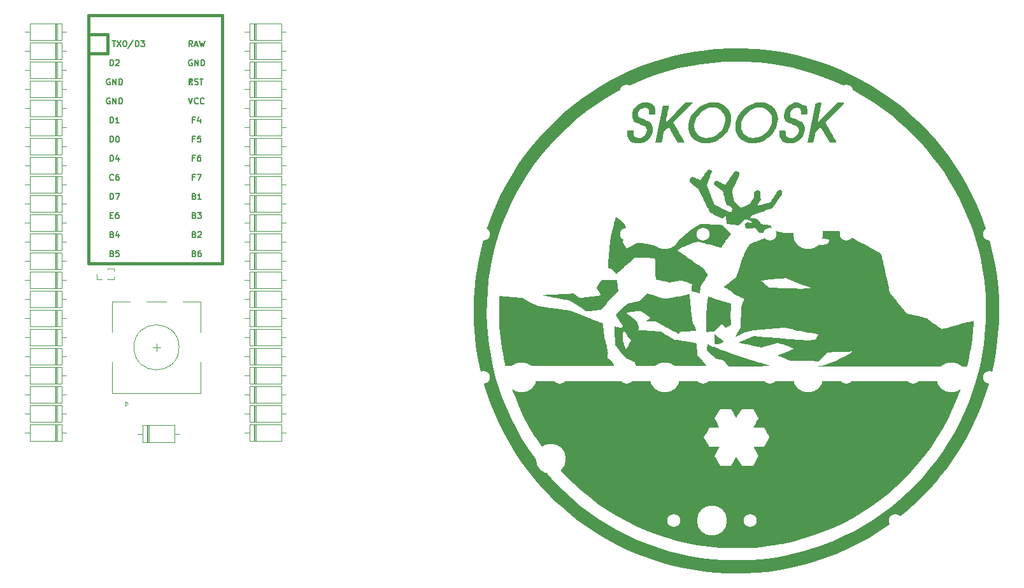
<source format=gbr>
%TF.GenerationSoftware,KiCad,Pcbnew,(6.0.7)*%
%TF.CreationDate,2022-11-26T03:08:02+01:00*%
%TF.ProjectId,skoosk pcb no leds rgb,736b6f6f-736b-4207-9063-62206e6f206c,rev?*%
%TF.SameCoordinates,Original*%
%TF.FileFunction,Legend,Top*%
%TF.FilePolarity,Positive*%
%FSLAX46Y46*%
G04 Gerber Fmt 4.6, Leading zero omitted, Abs format (unit mm)*
G04 Created by KiCad (PCBNEW (6.0.7)) date 2022-11-26 03:08:02*
%MOMM*%
%LPD*%
G01*
G04 APERTURE LIST*
%ADD10C,0.150000*%
%ADD11C,0.120000*%
%ADD12C,0.381000*%
%ADD13R,1.752600X1.752600*%
%ADD14C,1.752600*%
%ADD15R,1.600000X1.600000*%
%ADD16O,1.600000X1.600000*%
%ADD17C,1.750000*%
%ADD18C,3.987800*%
%ADD19C,3.048000*%
%ADD20R,2.000000X2.000000*%
%ADD21C,2.000000*%
%ADD22R,2.000000X3.200000*%
%ADD23R,0.850000X0.850000*%
%ADD24O,0.850000X0.850000*%
G04 APERTURE END LIST*
D10*
%TO.C,U1*%
X133013523Y-28256604D02*
X133013523Y-27456604D01*
X133204000Y-27456604D01*
X133318285Y-27494700D01*
X133394476Y-27570890D01*
X133432571Y-27647080D01*
X133470666Y-27799461D01*
X133470666Y-27913747D01*
X133432571Y-28066128D01*
X133394476Y-28142319D01*
X133318285Y-28218509D01*
X133204000Y-28256604D01*
X133013523Y-28256604D01*
X133965904Y-27456604D02*
X134042095Y-27456604D01*
X134118285Y-27494700D01*
X134156380Y-27532795D01*
X134194476Y-27608985D01*
X134232571Y-27761366D01*
X134232571Y-27951842D01*
X134194476Y-28104223D01*
X134156380Y-28180414D01*
X134118285Y-28218509D01*
X134042095Y-28256604D01*
X133965904Y-28256604D01*
X133889714Y-28218509D01*
X133851619Y-28180414D01*
X133813523Y-28104223D01*
X133775428Y-27951842D01*
X133775428Y-27761366D01*
X133813523Y-27608985D01*
X133851619Y-27532795D01*
X133889714Y-27494700D01*
X133965904Y-27456604D01*
X144202190Y-35457557D02*
X144316476Y-35495652D01*
X144354571Y-35533747D01*
X144392666Y-35609938D01*
X144392666Y-35724223D01*
X144354571Y-35800414D01*
X144316476Y-35838509D01*
X144240285Y-35876604D01*
X143935523Y-35876604D01*
X143935523Y-35076604D01*
X144202190Y-35076604D01*
X144278380Y-35114700D01*
X144316476Y-35152795D01*
X144354571Y-35228985D01*
X144354571Y-35305176D01*
X144316476Y-35381366D01*
X144278380Y-35419461D01*
X144202190Y-35457557D01*
X143935523Y-35457557D01*
X145154571Y-35876604D02*
X144697428Y-35876604D01*
X144926000Y-35876604D02*
X144926000Y-35076604D01*
X144849809Y-35190890D01*
X144773619Y-35267080D01*
X144697428Y-35305176D01*
X133280190Y-40537557D02*
X133394476Y-40575652D01*
X133432571Y-40613747D01*
X133470666Y-40689938D01*
X133470666Y-40804223D01*
X133432571Y-40880414D01*
X133394476Y-40918509D01*
X133318285Y-40956604D01*
X133013523Y-40956604D01*
X133013523Y-40156604D01*
X133280190Y-40156604D01*
X133356380Y-40194700D01*
X133394476Y-40232795D01*
X133432571Y-40308985D01*
X133432571Y-40385176D01*
X133394476Y-40461366D01*
X133356380Y-40499461D01*
X133280190Y-40537557D01*
X133013523Y-40537557D01*
X134156380Y-40423271D02*
X134156380Y-40956604D01*
X133965904Y-40118509D02*
X133775428Y-40689938D01*
X134270666Y-40689938D01*
X144259333Y-25297557D02*
X143992666Y-25297557D01*
X143992666Y-25716604D02*
X143992666Y-24916604D01*
X144373619Y-24916604D01*
X145021238Y-25183271D02*
X145021238Y-25716604D01*
X144830761Y-24878509D02*
X144640285Y-25449938D01*
X145135523Y-25449938D01*
X133013523Y-18096604D02*
X133013523Y-17296604D01*
X133204000Y-17296604D01*
X133318285Y-17334700D01*
X133394476Y-17410890D01*
X133432571Y-17487080D01*
X133470666Y-17639461D01*
X133470666Y-17753747D01*
X133432571Y-17906128D01*
X133394476Y-17982319D01*
X133318285Y-18058509D01*
X133204000Y-18096604D01*
X133013523Y-18096604D01*
X133775428Y-17372795D02*
X133813523Y-17334700D01*
X133889714Y-17296604D01*
X134080190Y-17296604D01*
X134156380Y-17334700D01*
X134194476Y-17372795D01*
X134232571Y-17448985D01*
X134232571Y-17525176D01*
X134194476Y-17639461D01*
X133737333Y-18096604D01*
X134232571Y-18096604D01*
X133302651Y-14756604D02*
X133759794Y-14756604D01*
X133531223Y-15556604D02*
X133531223Y-14756604D01*
X133950270Y-14756604D02*
X134483604Y-15556604D01*
X134483604Y-14756604D02*
X133950270Y-15556604D01*
X134940747Y-14756604D02*
X135016937Y-14756604D01*
X135093128Y-14794700D01*
X135131223Y-14832795D01*
X135169318Y-14908985D01*
X135207413Y-15061366D01*
X135207413Y-15251842D01*
X135169318Y-15404223D01*
X135131223Y-15480414D01*
X135093128Y-15518509D01*
X135016937Y-15556604D01*
X134940747Y-15556604D01*
X134864556Y-15518509D01*
X134826461Y-15480414D01*
X134788366Y-15404223D01*
X134750270Y-15251842D01*
X134750270Y-15061366D01*
X134788366Y-14908985D01*
X134826461Y-14832795D01*
X134864556Y-14794700D01*
X134940747Y-14756604D01*
X136121699Y-14718509D02*
X135435985Y-15747080D01*
X136388366Y-15556604D02*
X136388366Y-14756604D01*
X136578842Y-14756604D01*
X136693128Y-14794700D01*
X136769318Y-14870890D01*
X136807413Y-14947080D01*
X136845508Y-15099461D01*
X136845508Y-15213747D01*
X136807413Y-15366128D01*
X136769318Y-15442319D01*
X136693128Y-15518509D01*
X136578842Y-15556604D01*
X136388366Y-15556604D01*
X137112175Y-14756604D02*
X137607413Y-14756604D01*
X137340747Y-15061366D01*
X137455032Y-15061366D01*
X137531223Y-15099461D01*
X137569318Y-15137557D01*
X137607413Y-15213747D01*
X137607413Y-15404223D01*
X137569318Y-15480414D01*
X137531223Y-15518509D01*
X137455032Y-15556604D01*
X137226461Y-15556604D01*
X137150270Y-15518509D01*
X137112175Y-15480414D01*
X133280190Y-43077557D02*
X133394476Y-43115652D01*
X133432571Y-43153747D01*
X133470666Y-43229938D01*
X133470666Y-43344223D01*
X133432571Y-43420414D01*
X133394476Y-43458509D01*
X133318285Y-43496604D01*
X133013523Y-43496604D01*
X133013523Y-42696604D01*
X133280190Y-42696604D01*
X133356380Y-42734700D01*
X133394476Y-42772795D01*
X133432571Y-42848985D01*
X133432571Y-42925176D01*
X133394476Y-43001366D01*
X133356380Y-43039461D01*
X133280190Y-43077557D01*
X133013523Y-43077557D01*
X134194476Y-42696604D02*
X133813523Y-42696604D01*
X133775428Y-43077557D01*
X133813523Y-43039461D01*
X133889714Y-43001366D01*
X134080190Y-43001366D01*
X134156380Y-43039461D01*
X134194476Y-43077557D01*
X134232571Y-43153747D01*
X134232571Y-43344223D01*
X134194476Y-43420414D01*
X134156380Y-43458509D01*
X134080190Y-43496604D01*
X133889714Y-43496604D01*
X133813523Y-43458509D01*
X133775428Y-43420414D01*
X144202190Y-40537557D02*
X144316476Y-40575652D01*
X144354571Y-40613747D01*
X144392666Y-40689938D01*
X144392666Y-40804223D01*
X144354571Y-40880414D01*
X144316476Y-40918509D01*
X144240285Y-40956604D01*
X143935523Y-40956604D01*
X143935523Y-40156604D01*
X144202190Y-40156604D01*
X144278380Y-40194700D01*
X144316476Y-40232795D01*
X144354571Y-40308985D01*
X144354571Y-40385176D01*
X144316476Y-40461366D01*
X144278380Y-40499461D01*
X144202190Y-40537557D01*
X143935523Y-40537557D01*
X144697428Y-40232795D02*
X144735523Y-40194700D01*
X144811714Y-40156604D01*
X145002190Y-40156604D01*
X145078380Y-40194700D01*
X145116476Y-40232795D01*
X145154571Y-40308985D01*
X145154571Y-40385176D01*
X145116476Y-40499461D01*
X144659333Y-40956604D01*
X145154571Y-40956604D01*
X144259333Y-32917557D02*
X143992666Y-32917557D01*
X143992666Y-33336604D02*
X143992666Y-32536604D01*
X144373619Y-32536604D01*
X144602190Y-32536604D02*
X145135523Y-32536604D01*
X144792666Y-33336604D01*
X132994476Y-22414700D02*
X132918285Y-22376604D01*
X132804000Y-22376604D01*
X132689714Y-22414700D01*
X132613523Y-22490890D01*
X132575428Y-22567080D01*
X132537333Y-22719461D01*
X132537333Y-22833747D01*
X132575428Y-22986128D01*
X132613523Y-23062319D01*
X132689714Y-23138509D01*
X132804000Y-23176604D01*
X132880190Y-23176604D01*
X132994476Y-23138509D01*
X133032571Y-23100414D01*
X133032571Y-22833747D01*
X132880190Y-22833747D01*
X133375428Y-23176604D02*
X133375428Y-22376604D01*
X133832571Y-23176604D01*
X133832571Y-22376604D01*
X134213523Y-23176604D02*
X134213523Y-22376604D01*
X134404000Y-22376604D01*
X134518285Y-22414700D01*
X134594476Y-22490890D01*
X134632571Y-22567080D01*
X134670666Y-22719461D01*
X134670666Y-22833747D01*
X134632571Y-22986128D01*
X134594476Y-23062319D01*
X134518285Y-23138509D01*
X134404000Y-23176604D01*
X134213523Y-23176604D01*
X144202190Y-37997557D02*
X144316476Y-38035652D01*
X144354571Y-38073747D01*
X144392666Y-38149938D01*
X144392666Y-38264223D01*
X144354571Y-38340414D01*
X144316476Y-38378509D01*
X144240285Y-38416604D01*
X143935523Y-38416604D01*
X143935523Y-37616604D01*
X144202190Y-37616604D01*
X144278380Y-37654700D01*
X144316476Y-37692795D01*
X144354571Y-37768985D01*
X144354571Y-37845176D01*
X144316476Y-37921366D01*
X144278380Y-37959461D01*
X144202190Y-37997557D01*
X143935523Y-37997557D01*
X144659333Y-37616604D02*
X145154571Y-37616604D01*
X144887904Y-37921366D01*
X145002190Y-37921366D01*
X145078380Y-37959461D01*
X145116476Y-37997557D01*
X145154571Y-38073747D01*
X145154571Y-38264223D01*
X145116476Y-38340414D01*
X145078380Y-38378509D01*
X145002190Y-38416604D01*
X144773619Y-38416604D01*
X144697428Y-38378509D01*
X144659333Y-38340414D01*
X144259333Y-30377557D02*
X143992666Y-30377557D01*
X143992666Y-30796604D02*
X143992666Y-29996604D01*
X144373619Y-29996604D01*
X145021238Y-29996604D02*
X144868857Y-29996604D01*
X144792666Y-30034700D01*
X144754571Y-30072795D01*
X144678380Y-30187080D01*
X144640285Y-30339461D01*
X144640285Y-30644223D01*
X144678380Y-30720414D01*
X144716476Y-30758509D01*
X144792666Y-30796604D01*
X144945047Y-30796604D01*
X145021238Y-30758509D01*
X145059333Y-30720414D01*
X145097428Y-30644223D01*
X145097428Y-30453747D01*
X145059333Y-30377557D01*
X145021238Y-30339461D01*
X144945047Y-30301366D01*
X144792666Y-30301366D01*
X144716476Y-30339461D01*
X144678380Y-30377557D01*
X144640285Y-30453747D01*
X144264786Y-20568509D02*
X144379072Y-20606604D01*
X144569548Y-20606604D01*
X144645739Y-20568509D01*
X144683834Y-20530414D01*
X144721929Y-20454223D01*
X144721929Y-20378033D01*
X144683834Y-20301842D01*
X144645739Y-20263747D01*
X144569548Y-20225652D01*
X144417167Y-20187557D01*
X144340977Y-20149461D01*
X144302881Y-20111366D01*
X144264786Y-20035176D01*
X144264786Y-19958985D01*
X144302881Y-19882795D01*
X144340977Y-19844700D01*
X144417167Y-19806604D01*
X144607643Y-19806604D01*
X144721929Y-19844700D01*
X144950500Y-19806604D02*
X145407643Y-19806604D01*
X145179072Y-20606604D02*
X145179072Y-19806604D01*
X132994476Y-19874700D02*
X132918285Y-19836604D01*
X132804000Y-19836604D01*
X132689714Y-19874700D01*
X132613523Y-19950890D01*
X132575428Y-20027080D01*
X132537333Y-20179461D01*
X132537333Y-20293747D01*
X132575428Y-20446128D01*
X132613523Y-20522319D01*
X132689714Y-20598509D01*
X132804000Y-20636604D01*
X132880190Y-20636604D01*
X132994476Y-20598509D01*
X133032571Y-20560414D01*
X133032571Y-20293747D01*
X132880190Y-20293747D01*
X133375428Y-20636604D02*
X133375428Y-19836604D01*
X133832571Y-20636604D01*
X133832571Y-19836604D01*
X134213523Y-20636604D02*
X134213523Y-19836604D01*
X134404000Y-19836604D01*
X134518285Y-19874700D01*
X134594476Y-19950890D01*
X134632571Y-20027080D01*
X134670666Y-20179461D01*
X134670666Y-20293747D01*
X134632571Y-20446128D01*
X134594476Y-20522319D01*
X134518285Y-20598509D01*
X134404000Y-20636604D01*
X134213523Y-20636604D01*
X143973619Y-15556604D02*
X143706952Y-15175652D01*
X143516476Y-15556604D02*
X143516476Y-14756604D01*
X143821238Y-14756604D01*
X143897428Y-14794700D01*
X143935523Y-14832795D01*
X143973619Y-14908985D01*
X143973619Y-15023271D01*
X143935523Y-15099461D01*
X143897428Y-15137557D01*
X143821238Y-15175652D01*
X143516476Y-15175652D01*
X144278380Y-15328033D02*
X144659333Y-15328033D01*
X144202190Y-15556604D02*
X144468857Y-14756604D01*
X144735523Y-15556604D01*
X144926000Y-14756604D02*
X145116476Y-15556604D01*
X145268857Y-14985176D01*
X145421238Y-15556604D01*
X145611714Y-14756604D01*
X144259333Y-27837557D02*
X143992666Y-27837557D01*
X143992666Y-28256604D02*
X143992666Y-27456604D01*
X144373619Y-27456604D01*
X145059333Y-27456604D02*
X144678380Y-27456604D01*
X144640285Y-27837557D01*
X144678380Y-27799461D01*
X144754571Y-27761366D01*
X144945047Y-27761366D01*
X145021238Y-27799461D01*
X145059333Y-27837557D01*
X145097428Y-27913747D01*
X145097428Y-28104223D01*
X145059333Y-28180414D01*
X145021238Y-28218509D01*
X144945047Y-28256604D01*
X144754571Y-28256604D01*
X144678380Y-28218509D01*
X144640285Y-28180414D01*
X133013523Y-35876604D02*
X133013523Y-35076604D01*
X133204000Y-35076604D01*
X133318285Y-35114700D01*
X133394476Y-35190890D01*
X133432571Y-35267080D01*
X133470666Y-35419461D01*
X133470666Y-35533747D01*
X133432571Y-35686128D01*
X133394476Y-35762319D01*
X133318285Y-35838509D01*
X133204000Y-35876604D01*
X133013523Y-35876604D01*
X133737333Y-35076604D02*
X134270666Y-35076604D01*
X133927809Y-35876604D01*
X133013523Y-25716604D02*
X133013523Y-24916604D01*
X133204000Y-24916604D01*
X133318285Y-24954700D01*
X133394476Y-25030890D01*
X133432571Y-25107080D01*
X133470666Y-25259461D01*
X133470666Y-25373747D01*
X133432571Y-25526128D01*
X133394476Y-25602319D01*
X133318285Y-25678509D01*
X133204000Y-25716604D01*
X133013523Y-25716604D01*
X134232571Y-25716604D02*
X133775428Y-25716604D01*
X134004000Y-25716604D02*
X134004000Y-24916604D01*
X133927809Y-25030890D01*
X133851619Y-25107080D01*
X133775428Y-25145176D01*
X133470666Y-33260414D02*
X133432571Y-33298509D01*
X133318285Y-33336604D01*
X133242095Y-33336604D01*
X133127809Y-33298509D01*
X133051619Y-33222319D01*
X133013523Y-33146128D01*
X132975428Y-32993747D01*
X132975428Y-32879461D01*
X133013523Y-32727080D01*
X133051619Y-32650890D01*
X133127809Y-32574700D01*
X133242095Y-32536604D01*
X133318285Y-32536604D01*
X133432571Y-32574700D01*
X133470666Y-32612795D01*
X134156380Y-32536604D02*
X134004000Y-32536604D01*
X133927809Y-32574700D01*
X133889714Y-32612795D01*
X133813523Y-32727080D01*
X133775428Y-32879461D01*
X133775428Y-33184223D01*
X133813523Y-33260414D01*
X133851619Y-33298509D01*
X133927809Y-33336604D01*
X134080190Y-33336604D01*
X134156380Y-33298509D01*
X134194476Y-33260414D01*
X134232571Y-33184223D01*
X134232571Y-32993747D01*
X134194476Y-32917557D01*
X134156380Y-32879461D01*
X134080190Y-32841366D01*
X133927809Y-32841366D01*
X133851619Y-32879461D01*
X133813523Y-32917557D01*
X133775428Y-32993747D01*
X133051619Y-37997557D02*
X133318285Y-37997557D01*
X133432571Y-38416604D02*
X133051619Y-38416604D01*
X133051619Y-37616604D01*
X133432571Y-37616604D01*
X134118285Y-37616604D02*
X133965904Y-37616604D01*
X133889714Y-37654700D01*
X133851619Y-37692795D01*
X133775428Y-37807080D01*
X133737333Y-37959461D01*
X133737333Y-38264223D01*
X133775428Y-38340414D01*
X133813523Y-38378509D01*
X133889714Y-38416604D01*
X134042095Y-38416604D01*
X134118285Y-38378509D01*
X134156380Y-38340414D01*
X134194476Y-38264223D01*
X134194476Y-38073747D01*
X134156380Y-37997557D01*
X134118285Y-37959461D01*
X134042095Y-37921366D01*
X133889714Y-37921366D01*
X133813523Y-37959461D01*
X133775428Y-37997557D01*
X133737333Y-38073747D01*
X143916476Y-17334700D02*
X143840285Y-17296604D01*
X143726000Y-17296604D01*
X143611714Y-17334700D01*
X143535523Y-17410890D01*
X143497428Y-17487080D01*
X143459333Y-17639461D01*
X143459333Y-17753747D01*
X143497428Y-17906128D01*
X143535523Y-17982319D01*
X143611714Y-18058509D01*
X143726000Y-18096604D01*
X143802190Y-18096604D01*
X143916476Y-18058509D01*
X143954571Y-18020414D01*
X143954571Y-17753747D01*
X143802190Y-17753747D01*
X144297428Y-18096604D02*
X144297428Y-17296604D01*
X144754571Y-18096604D01*
X144754571Y-17296604D01*
X145135523Y-18096604D02*
X145135523Y-17296604D01*
X145326000Y-17296604D01*
X145440285Y-17334700D01*
X145516476Y-17410890D01*
X145554571Y-17487080D01*
X145592666Y-17639461D01*
X145592666Y-17753747D01*
X145554571Y-17906128D01*
X145516476Y-17982319D01*
X145440285Y-18058509D01*
X145326000Y-18096604D01*
X145135523Y-18096604D01*
X143459333Y-22376604D02*
X143726000Y-23176604D01*
X143992666Y-22376604D01*
X144716476Y-23100414D02*
X144678380Y-23138509D01*
X144564095Y-23176604D01*
X144487904Y-23176604D01*
X144373619Y-23138509D01*
X144297428Y-23062319D01*
X144259333Y-22986128D01*
X144221238Y-22833747D01*
X144221238Y-22719461D01*
X144259333Y-22567080D01*
X144297428Y-22490890D01*
X144373619Y-22414700D01*
X144487904Y-22376604D01*
X144564095Y-22376604D01*
X144678380Y-22414700D01*
X144716476Y-22452795D01*
X145516476Y-23100414D02*
X145478380Y-23138509D01*
X145364095Y-23176604D01*
X145287904Y-23176604D01*
X145173619Y-23138509D01*
X145097428Y-23062319D01*
X145059333Y-22986128D01*
X145021238Y-22833747D01*
X145021238Y-22719461D01*
X145059333Y-22567080D01*
X145097428Y-22490890D01*
X145173619Y-22414700D01*
X145287904Y-22376604D01*
X145364095Y-22376604D01*
X145478380Y-22414700D01*
X145516476Y-22452795D01*
X133013523Y-30796604D02*
X133013523Y-29996604D01*
X133204000Y-29996604D01*
X133318285Y-30034700D01*
X133394476Y-30110890D01*
X133432571Y-30187080D01*
X133470666Y-30339461D01*
X133470666Y-30453747D01*
X133432571Y-30606128D01*
X133394476Y-30682319D01*
X133318285Y-30758509D01*
X133204000Y-30796604D01*
X133013523Y-30796604D01*
X134156380Y-30263271D02*
X134156380Y-30796604D01*
X133965904Y-29958509D02*
X133775428Y-30529938D01*
X134270666Y-30529938D01*
X144202190Y-43077557D02*
X144316476Y-43115652D01*
X144354571Y-43153747D01*
X144392666Y-43229938D01*
X144392666Y-43344223D01*
X144354571Y-43420414D01*
X144316476Y-43458509D01*
X144240285Y-43496604D01*
X143935523Y-43496604D01*
X143935523Y-42696604D01*
X144202190Y-42696604D01*
X144278380Y-42734700D01*
X144316476Y-42772795D01*
X144354571Y-42848985D01*
X144354571Y-42925176D01*
X144316476Y-43001366D01*
X144278380Y-43039461D01*
X144202190Y-43077557D01*
X143935523Y-43077557D01*
X145078380Y-42696604D02*
X144926000Y-42696604D01*
X144849809Y-42734700D01*
X144811714Y-42772795D01*
X144735523Y-42887080D01*
X144697428Y-43039461D01*
X144697428Y-43344223D01*
X144735523Y-43420414D01*
X144773619Y-43458509D01*
X144849809Y-43496604D01*
X145002190Y-43496604D01*
X145078380Y-43458509D01*
X145116476Y-43420414D01*
X145154571Y-43344223D01*
X145154571Y-43153747D01*
X145116476Y-43077557D01*
X145078380Y-43039461D01*
X145002190Y-43001366D01*
X144849809Y-43001366D01*
X144773619Y-43039461D01*
X144735523Y-43077557D01*
X144697428Y-43153747D01*
D11*
%TO.C,D28*%
X125980000Y-52809000D02*
X125980000Y-50569000D01*
X126580000Y-52809000D02*
X126580000Y-50569000D01*
X126580000Y-50569000D02*
X122340000Y-50569000D01*
X125860000Y-52809000D02*
X125860000Y-50569000D01*
X122340000Y-52809000D02*
X126580000Y-52809000D01*
X127230000Y-51689000D02*
X126580000Y-51689000D01*
X125740000Y-52809000D02*
X125740000Y-50569000D01*
X121690000Y-51689000D02*
X122340000Y-51689000D01*
X122340000Y-50569000D02*
X122340000Y-52809000D01*
D12*
%TO.C,U1*%
X132715000Y-13924700D02*
X130175000Y-13924700D01*
X130175000Y-44404700D02*
X147955000Y-44404700D01*
X130175000Y-13924700D02*
X130175000Y-44404700D01*
X132715000Y-16464700D02*
X130175000Y-16464700D01*
X147955000Y-11384700D02*
X130175000Y-11384700D01*
X130175000Y-11384700D02*
X130175000Y-13924700D01*
X132715000Y-13924700D02*
X132715000Y-16464700D01*
X147955000Y-44404700D02*
X147955000Y-13924700D01*
X147955000Y-13924700D02*
X147955000Y-11384700D01*
G36*
X143996568Y-19904060D02*
G01*
X143496568Y-19904060D01*
X143496568Y-19804060D01*
X143996568Y-19804060D01*
X143996568Y-19904060D01*
G37*
D10*
X143996568Y-19904060D02*
X143496568Y-19904060D01*
X143496568Y-19804060D01*
X143996568Y-19804060D01*
X143996568Y-19904060D01*
G36*
X143996568Y-20104060D02*
G01*
X143896568Y-20104060D01*
X143896568Y-19804060D01*
X143996568Y-19804060D01*
X143996568Y-20104060D01*
G37*
X143996568Y-20104060D02*
X143896568Y-20104060D01*
X143896568Y-19804060D01*
X143996568Y-19804060D01*
X143996568Y-20104060D01*
G36*
X143796568Y-20304060D02*
G01*
X143696568Y-20304060D01*
X143696568Y-20204060D01*
X143796568Y-20204060D01*
X143796568Y-20304060D01*
G37*
X143796568Y-20304060D02*
X143696568Y-20304060D01*
X143696568Y-20204060D01*
X143796568Y-20204060D01*
X143796568Y-20304060D01*
G36*
X143596568Y-20604060D02*
G01*
X143496568Y-20604060D01*
X143496568Y-19804060D01*
X143596568Y-19804060D01*
X143596568Y-20604060D01*
G37*
X143596568Y-20604060D02*
X143496568Y-20604060D01*
X143496568Y-19804060D01*
X143596568Y-19804060D01*
X143596568Y-20604060D01*
G36*
X143996568Y-20604060D02*
G01*
X143896568Y-20604060D01*
X143896568Y-20404060D01*
X143996568Y-20404060D01*
X143996568Y-20604060D01*
G37*
X143996568Y-20604060D02*
X143896568Y-20604060D01*
X143896568Y-20404060D01*
X143996568Y-20404060D01*
X143996568Y-20604060D01*
D11*
%TO.C,D3*%
X125860000Y-19789000D02*
X125860000Y-17549000D01*
X122340000Y-17549000D02*
X122340000Y-19789000D01*
X121690000Y-18669000D02*
X122340000Y-18669000D01*
X127230000Y-18669000D02*
X126580000Y-18669000D01*
X126580000Y-19789000D02*
X126580000Y-17549000D01*
X125980000Y-19789000D02*
X125980000Y-17549000D01*
X125740000Y-19789000D02*
X125740000Y-17549000D01*
X126580000Y-17549000D02*
X122340000Y-17549000D01*
X122340000Y-19789000D02*
X126580000Y-19789000D01*
%TO.C,D14*%
X126580000Y-30249000D02*
X122340000Y-30249000D01*
X121690000Y-31369000D02*
X122340000Y-31369000D01*
X125860000Y-32489000D02*
X125860000Y-30249000D01*
X122340000Y-32489000D02*
X126580000Y-32489000D01*
X126580000Y-32489000D02*
X126580000Y-30249000D01*
X127230000Y-31369000D02*
X126580000Y-31369000D01*
X122340000Y-30249000D02*
X122340000Y-32489000D01*
X125740000Y-32489000D02*
X125740000Y-30249000D01*
X125980000Y-32489000D02*
X125980000Y-30249000D01*
%TO.C,D43*%
X150900000Y-61849000D02*
X151550000Y-61849000D01*
X151550000Y-62969000D02*
X155790000Y-62969000D01*
X155790000Y-60729000D02*
X151550000Y-60729000D01*
X152390000Y-60729000D02*
X152390000Y-62969000D01*
X156440000Y-61849000D02*
X155790000Y-61849000D01*
X151550000Y-60729000D02*
X151550000Y-62969000D01*
X152150000Y-60729000D02*
X152150000Y-62969000D01*
X155790000Y-62969000D02*
X155790000Y-60729000D01*
X152270000Y-60729000D02*
X152270000Y-62969000D01*
%TO.C,D2*%
X126580000Y-15009000D02*
X122340000Y-15009000D01*
X121690000Y-16129000D02*
X122340000Y-16129000D01*
X122340000Y-15009000D02*
X122340000Y-17249000D01*
X125860000Y-17249000D02*
X125860000Y-15009000D01*
X126580000Y-17249000D02*
X126580000Y-15009000D01*
X125740000Y-17249000D02*
X125740000Y-15009000D01*
X125980000Y-17249000D02*
X125980000Y-15009000D01*
X122340000Y-17249000D02*
X126580000Y-17249000D01*
X127230000Y-16129000D02*
X126580000Y-16129000D01*
%TO.C,D23*%
X152390000Y-30249000D02*
X152390000Y-32489000D01*
X151550000Y-32489000D02*
X155790000Y-32489000D01*
X155790000Y-32489000D02*
X155790000Y-30249000D01*
X151550000Y-30249000D02*
X151550000Y-32489000D01*
X152150000Y-30249000D02*
X152150000Y-32489000D01*
X150900000Y-31369000D02*
X151550000Y-31369000D01*
X152270000Y-30249000D02*
X152270000Y-32489000D01*
X156440000Y-31369000D02*
X155790000Y-31369000D01*
X155790000Y-30249000D02*
X151550000Y-30249000D01*
%TO.C,SW2*%
X133292000Y-61662500D02*
X145092000Y-61662500D01*
X139192000Y-56062500D02*
X139192000Y-55062500D01*
X138692000Y-55562500D02*
X139692000Y-55562500D01*
X142692000Y-49462500D02*
X145092000Y-49462500D01*
X135092000Y-63362500D02*
X135092000Y-62762500D01*
X145092000Y-57562500D02*
X145092000Y-61662500D01*
X133292000Y-57562500D02*
X133292000Y-61662500D01*
X137892000Y-49462500D02*
X140492000Y-49462500D01*
X145092000Y-49462500D02*
X145092000Y-53562500D01*
X135092000Y-62762500D02*
X135392000Y-63062500D01*
X133292000Y-53562500D02*
X133292000Y-49462500D01*
X135392000Y-63062500D02*
X135092000Y-63362500D01*
X133292000Y-49462500D02*
X135692000Y-49462500D01*
X142192000Y-55562500D02*
G75*
G03*
X142192000Y-55562500I-3000000J0D01*
G01*
%TO.C,D6*%
X122340000Y-27409000D02*
X126580000Y-27409000D01*
X126580000Y-27409000D02*
X126580000Y-25169000D01*
X125980000Y-27409000D02*
X125980000Y-25169000D01*
X125860000Y-27409000D02*
X125860000Y-25169000D01*
X121690000Y-26289000D02*
X122340000Y-26289000D01*
X122340000Y-25169000D02*
X122340000Y-27409000D01*
X127230000Y-26289000D02*
X126580000Y-26289000D01*
X126580000Y-25169000D02*
X122340000Y-25169000D01*
X125740000Y-27409000D02*
X125740000Y-25169000D01*
%TO.C,D34*%
X155790000Y-48029000D02*
X151550000Y-48029000D01*
X152390000Y-48029000D02*
X152390000Y-50269000D01*
X151550000Y-48029000D02*
X151550000Y-50269000D01*
X150900000Y-49149000D02*
X151550000Y-49149000D01*
X152270000Y-48029000D02*
X152270000Y-50269000D01*
X151550000Y-50269000D02*
X155790000Y-50269000D01*
X152150000Y-48029000D02*
X152150000Y-50269000D01*
X156440000Y-49149000D02*
X155790000Y-49149000D01*
X155790000Y-50269000D02*
X155790000Y-48029000D01*
%TO.C,SW1*%
X132656257Y-45116315D02*
X133531257Y-45116315D01*
X131286257Y-46506315D02*
X131286257Y-45811315D01*
X132656257Y-46506315D02*
X132656257Y-46419591D01*
X133531257Y-46506315D02*
X133531257Y-46205808D01*
X131971257Y-46506315D02*
X131286257Y-46506315D01*
X133531257Y-45416822D02*
X133531257Y-45116315D01*
X132656257Y-46506315D02*
X133531257Y-46506315D01*
X132656257Y-45203039D02*
X132656257Y-45116315D01*
%TO.C,D5*%
X127230000Y-23749000D02*
X126580000Y-23749000D01*
X122340000Y-22629000D02*
X122340000Y-24869000D01*
X126580000Y-22629000D02*
X122340000Y-22629000D01*
X126580000Y-24869000D02*
X126580000Y-22629000D01*
X125860000Y-24869000D02*
X125860000Y-22629000D01*
X121690000Y-23749000D02*
X122340000Y-23749000D01*
X125980000Y-24869000D02*
X125980000Y-22629000D01*
X125740000Y-24869000D02*
X125740000Y-22629000D01*
X122340000Y-24869000D02*
X126580000Y-24869000D01*
%TO.C,D40*%
X127230000Y-66929000D02*
X126580000Y-66929000D01*
X125740000Y-68049000D02*
X125740000Y-65809000D01*
X122340000Y-68049000D02*
X126580000Y-68049000D01*
X126580000Y-68049000D02*
X126580000Y-65809000D01*
X122340000Y-65809000D02*
X122340000Y-68049000D01*
X125860000Y-68049000D02*
X125860000Y-65809000D01*
X121690000Y-66929000D02*
X122340000Y-66929000D01*
X125980000Y-68049000D02*
X125980000Y-65809000D01*
X126580000Y-65809000D02*
X122340000Y-65809000D01*
%TO.C,D4*%
X125740000Y-22329000D02*
X125740000Y-20089000D01*
X121690000Y-21209000D02*
X122340000Y-21209000D01*
X127230000Y-21209000D02*
X126580000Y-21209000D01*
X126580000Y-22329000D02*
X126580000Y-20089000D01*
X122340000Y-22329000D02*
X126580000Y-22329000D01*
X122340000Y-20089000D02*
X122340000Y-22329000D01*
X125860000Y-22329000D02*
X125860000Y-20089000D01*
X126580000Y-20089000D02*
X122340000Y-20089000D01*
X125980000Y-22329000D02*
X125980000Y-20089000D01*
%TO.C,D24*%
X152150000Y-27709000D02*
X152150000Y-29949000D01*
X150900000Y-28829000D02*
X151550000Y-28829000D01*
X152390000Y-27709000D02*
X152390000Y-29949000D01*
X151550000Y-27709000D02*
X151550000Y-29949000D01*
X156440000Y-28829000D02*
X155790000Y-28829000D01*
X151550000Y-29949000D02*
X155790000Y-29949000D01*
X152270000Y-27709000D02*
X152270000Y-29949000D01*
X155790000Y-27709000D02*
X151550000Y-27709000D01*
X155790000Y-29949000D02*
X155790000Y-27709000D01*
%TO.C,D39*%
X125740000Y-65509000D02*
X125740000Y-63269000D01*
X126580000Y-63269000D02*
X122340000Y-63269000D01*
X122340000Y-63269000D02*
X122340000Y-65509000D01*
X121690000Y-64389000D02*
X122340000Y-64389000D01*
X122340000Y-65509000D02*
X126580000Y-65509000D01*
X127230000Y-64389000D02*
X126580000Y-64389000D01*
X126580000Y-65509000D02*
X126580000Y-63269000D01*
X125980000Y-65509000D02*
X125980000Y-63269000D01*
X125860000Y-65509000D02*
X125860000Y-63269000D01*
%TO.C,D27*%
X125980000Y-50269000D02*
X125980000Y-48029000D01*
X122340000Y-50269000D02*
X126580000Y-50269000D01*
X121690000Y-49149000D02*
X122340000Y-49149000D01*
X126580000Y-50269000D02*
X126580000Y-48029000D01*
X126580000Y-48029000D02*
X122340000Y-48029000D01*
X125860000Y-50269000D02*
X125860000Y-48029000D01*
X127230000Y-49149000D02*
X126580000Y-49149000D01*
X122340000Y-48029000D02*
X122340000Y-50269000D01*
X125740000Y-50269000D02*
X125740000Y-48029000D01*
%TO.C,D30*%
X125980000Y-57889000D02*
X125980000Y-55649000D01*
X126580000Y-55649000D02*
X122340000Y-55649000D01*
X125860000Y-57889000D02*
X125860000Y-55649000D01*
X122340000Y-55649000D02*
X122340000Y-57889000D01*
X126580000Y-57889000D02*
X126580000Y-55649000D01*
X122340000Y-57889000D02*
X126580000Y-57889000D01*
X127230000Y-56769000D02*
X126580000Y-56769000D01*
X121690000Y-56769000D02*
X122340000Y-56769000D01*
X125740000Y-57889000D02*
X125740000Y-55649000D01*
%TO.C,D22*%
X152390000Y-32789000D02*
X152390000Y-35029000D01*
X151550000Y-35029000D02*
X155790000Y-35029000D01*
X152150000Y-32789000D02*
X152150000Y-35029000D01*
X156440000Y-33909000D02*
X155790000Y-33909000D01*
X151550000Y-32789000D02*
X151550000Y-35029000D01*
X155790000Y-32789000D02*
X151550000Y-32789000D01*
X150900000Y-33909000D02*
X151550000Y-33909000D01*
X155790000Y-35029000D02*
X155790000Y-32789000D01*
X152270000Y-32789000D02*
X152270000Y-35029000D01*
%TO.C,D18*%
X125860000Y-42649000D02*
X125860000Y-40409000D01*
X122340000Y-40409000D02*
X122340000Y-42649000D01*
X125740000Y-42649000D02*
X125740000Y-40409000D01*
X125980000Y-42649000D02*
X125980000Y-40409000D01*
X121690000Y-41529000D02*
X122340000Y-41529000D01*
X126580000Y-42649000D02*
X126580000Y-40409000D01*
X126580000Y-40409000D02*
X122340000Y-40409000D01*
X122340000Y-42649000D02*
X126580000Y-42649000D01*
X127230000Y-41529000D02*
X126580000Y-41529000D01*
%TO.C,Gfront*%
G36*
X215857287Y-46529588D02*
G01*
X215974843Y-46436671D01*
X215984853Y-46428781D01*
X216118397Y-46316031D01*
X216225197Y-46211204D01*
X216292482Y-46127230D01*
X216304192Y-46105488D01*
X216325401Y-46049267D01*
X216365579Y-45936031D01*
X216422037Y-45773610D01*
X216492084Y-45569839D01*
X216573028Y-45332551D01*
X216662179Y-45069577D01*
X216756845Y-44788751D01*
X216770161Y-44749125D01*
X216867764Y-44459674D01*
X216962376Y-44181192D01*
X217050920Y-43922584D01*
X217130317Y-43692757D01*
X217197490Y-43500617D01*
X217249362Y-43355070D01*
X217282856Y-43265022D01*
X217284029Y-43262045D01*
X217392314Y-43008074D01*
X217522340Y-42733892D01*
X217662335Y-42462612D01*
X217800530Y-42217344D01*
X217887635Y-42076954D01*
X217938188Y-41999015D01*
X217981574Y-41935894D01*
X218025501Y-41883355D01*
X218077679Y-41837164D01*
X218145818Y-41793085D01*
X218237627Y-41746885D01*
X218360815Y-41694328D01*
X218523091Y-41631180D01*
X218732166Y-41553205D01*
X218864842Y-41504362D01*
X225511894Y-41504362D01*
X225628982Y-41531801D01*
X225790757Y-41567934D01*
X225987016Y-41610642D01*
X226207557Y-41657811D01*
X226442175Y-41707323D01*
X226680668Y-41757062D01*
X226912833Y-41804912D01*
X227128467Y-41848756D01*
X227317367Y-41886478D01*
X227469329Y-41915961D01*
X227574151Y-41935090D01*
X227620380Y-41941730D01*
X227707490Y-41935354D01*
X227835868Y-41914709D01*
X227980925Y-41883907D01*
X228013516Y-41875956D01*
X228203274Y-41828008D01*
X228337786Y-41790901D01*
X228428068Y-41758608D01*
X228485133Y-41725107D01*
X228519994Y-41684370D01*
X228543667Y-41630375D01*
X228561053Y-41576439D01*
X228607180Y-41424385D01*
X228631437Y-41324708D01*
X228634281Y-41265160D01*
X228616169Y-41233495D01*
X228577557Y-41217465D01*
X228574468Y-41216701D01*
X228470437Y-41195605D01*
X228311645Y-41168562D01*
X228111254Y-41137411D01*
X227882431Y-41103995D01*
X227638339Y-41070153D01*
X227392144Y-41037726D01*
X227157008Y-41008555D01*
X226946098Y-40984481D01*
X226825767Y-40972201D01*
X226578687Y-40948203D01*
X226389064Y-40931121D01*
X226246132Y-40923374D01*
X226139124Y-40927384D01*
X226057275Y-40945570D01*
X225989818Y-40980352D01*
X225925987Y-41034151D01*
X225855015Y-41109388D01*
X225766137Y-41208482D01*
X225763942Y-41210901D01*
X225661105Y-41325458D01*
X225579123Y-41419252D01*
X225526626Y-41482233D01*
X225511894Y-41504362D01*
X218864842Y-41504362D01*
X218995749Y-41456170D01*
X219062550Y-41431574D01*
X219256123Y-41357679D01*
X219449439Y-41279394D01*
X219622545Y-41205083D01*
X219755486Y-41143110D01*
X219777528Y-41131875D01*
X219904999Y-41068384D01*
X220002291Y-41032424D01*
X220098457Y-41017376D01*
X220222550Y-41016619D01*
X220275511Y-41018413D01*
X220470780Y-41022441D01*
X220610810Y-41014450D01*
X220708296Y-40990145D01*
X220775933Y-40945233D01*
X220826416Y-40875418D01*
X220852153Y-40823343D01*
X220892197Y-40720697D01*
X220935672Y-40586983D01*
X220978112Y-40439272D01*
X221015052Y-40294635D01*
X221042026Y-40170143D01*
X221054567Y-40082869D01*
X221053149Y-40054973D01*
X221040533Y-40065406D01*
X221019616Y-40129129D01*
X220995339Y-40230505D01*
X220968925Y-40342409D01*
X220944720Y-40423688D01*
X220929335Y-40454941D01*
X220888676Y-40455528D01*
X220795844Y-40448086D01*
X220666382Y-40434036D01*
X220570497Y-40422105D01*
X220391328Y-40401590D01*
X220175100Y-40381060D01*
X219953067Y-40363311D01*
X219808388Y-40353895D01*
X219384362Y-40329738D01*
X219093037Y-39958408D01*
X218984886Y-39823476D01*
X218889927Y-39710446D01*
X218816755Y-39629150D01*
X218773967Y-39589422D01*
X218768387Y-39587079D01*
X218719564Y-39601556D01*
X218636523Y-39637919D01*
X218601042Y-39655450D01*
X218533410Y-39684857D01*
X218457147Y-39704567D01*
X218357281Y-39716357D01*
X218218841Y-39722007D01*
X218029793Y-39723298D01*
X217861283Y-39721170D01*
X217716233Y-39715734D01*
X217609072Y-39707786D01*
X217554227Y-39698121D01*
X217551970Y-39696963D01*
X217497657Y-39626311D01*
X217453019Y-39491483D01*
X217423508Y-39328203D01*
X217399794Y-39154791D01*
X217560295Y-39023272D01*
X217720797Y-38891753D01*
X218018579Y-38948837D01*
X218203708Y-38982339D01*
X218332615Y-39000174D01*
X218415493Y-39002925D01*
X218462534Y-38991175D01*
X218479283Y-38975149D01*
X218458888Y-38947608D01*
X218386607Y-38898317D01*
X218273170Y-38832979D01*
X218129309Y-38757297D01*
X217965757Y-38676971D01*
X217793244Y-38597705D01*
X217666050Y-38543051D01*
X217431865Y-38445776D01*
X217375471Y-38516879D01*
X217270834Y-38644142D01*
X217150944Y-38782525D01*
X217024872Y-38922429D01*
X216901687Y-39054256D01*
X216790458Y-39168406D01*
X216700255Y-39255279D01*
X216640147Y-39305277D01*
X216622721Y-39313598D01*
X216567297Y-39309788D01*
X216459271Y-39299261D01*
X216310184Y-39283376D01*
X216131579Y-39263492D01*
X215934996Y-39240970D01*
X215731977Y-39217169D01*
X215534063Y-39193449D01*
X215352796Y-39171169D01*
X215199717Y-39151689D01*
X215086367Y-39136369D01*
X215024288Y-39126569D01*
X215016167Y-39124335D01*
X215008741Y-39087890D01*
X214996236Y-38995070D01*
X214980052Y-38857562D01*
X214961589Y-38687054D01*
X214948951Y-38563285D01*
X214929156Y-38378635D01*
X214909583Y-38220471D01*
X214891849Y-38100147D01*
X214877571Y-38029018D01*
X214870789Y-38014535D01*
X214838956Y-38038614D01*
X214775384Y-38102510D01*
X214692340Y-38193713D01*
X214669683Y-38219650D01*
X214578402Y-38316638D01*
X214496585Y-38388878D01*
X214439209Y-38423482D01*
X214431317Y-38424764D01*
X214376942Y-38409081D01*
X214273496Y-38365701D01*
X214131677Y-38300128D01*
X213962181Y-38217866D01*
X213775708Y-38124420D01*
X213582954Y-38025294D01*
X213394618Y-37925993D01*
X213221396Y-37832020D01*
X213073988Y-37748880D01*
X212963090Y-37682076D01*
X212899400Y-37637114D01*
X212897929Y-37635797D01*
X212830569Y-37560131D01*
X212744888Y-37443742D01*
X212654829Y-37306185D01*
X212612138Y-37234931D01*
X212516286Y-37063005D01*
X212398293Y-36841323D01*
X212264384Y-36582341D01*
X212120783Y-36298515D01*
X211973713Y-36002299D01*
X211829398Y-35706150D01*
X211694062Y-35422522D01*
X211573929Y-35163870D01*
X211541174Y-35091655D01*
X211461509Y-34916659D01*
X211389594Y-34762098D01*
X211330891Y-34639446D01*
X211290859Y-34560177D01*
X211277267Y-34537129D01*
X211241401Y-34504501D01*
X211159803Y-34436981D01*
X211040935Y-34341356D01*
X210893262Y-34224414D01*
X210725249Y-34092944D01*
X210666590Y-34047378D01*
X210088795Y-33599367D01*
X210089171Y-33439589D01*
X210094590Y-33259263D01*
X210113308Y-33132724D01*
X210150512Y-33045867D01*
X210211389Y-32984590D01*
X210269169Y-32950228D01*
X210369243Y-32910721D01*
X210456271Y-32895269D01*
X210478076Y-32897240D01*
X210534382Y-32915756D01*
X210640577Y-32955401D01*
X210783414Y-33011065D01*
X210949645Y-33077636D01*
X211023696Y-33107800D01*
X211189818Y-33174515D01*
X211332443Y-33229329D01*
X211440224Y-33268075D01*
X211501817Y-33286587D01*
X211511682Y-33287027D01*
X211534785Y-33256202D01*
X211591807Y-33177501D01*
X211677093Y-33058803D01*
X211784992Y-32907989D01*
X211909850Y-32732939D01*
X211997703Y-32609501D01*
X212150452Y-32395927D01*
X212270451Y-32231756D01*
X212363630Y-32110010D01*
X212435915Y-32023711D01*
X212493233Y-31965881D01*
X212541513Y-31929542D01*
X212586680Y-31907717D01*
X212596862Y-31904145D01*
X212678123Y-31882548D01*
X212746190Y-31885063D01*
X212829139Y-31915785D01*
X212893773Y-31947453D01*
X212987077Y-32002680D01*
X213048523Y-32054284D01*
X213062953Y-32080776D01*
X213051769Y-32124227D01*
X213020185Y-32223290D01*
X212971151Y-32369321D01*
X212907620Y-32553673D01*
X212832543Y-32767699D01*
X212748873Y-33002753D01*
X212735453Y-33040155D01*
X212407952Y-33951941D01*
X212548168Y-34371785D01*
X212588470Y-34488359D01*
X212645122Y-34646484D01*
X212714729Y-34837179D01*
X212793895Y-35051461D01*
X212879224Y-35280347D01*
X212967319Y-35514856D01*
X213054785Y-35746005D01*
X213138226Y-35964813D01*
X213214246Y-36162295D01*
X213279449Y-36329472D01*
X213330439Y-36457359D01*
X213363819Y-36536976D01*
X213375381Y-36559730D01*
X213415107Y-36583289D01*
X213506980Y-36631574D01*
X213641423Y-36699906D01*
X213808858Y-36783605D01*
X213999707Y-36877992D01*
X214204392Y-36978388D01*
X214413335Y-37080116D01*
X214616959Y-37178494D01*
X214805684Y-37268845D01*
X214969935Y-37346489D01*
X215100132Y-37406748D01*
X215186698Y-37444942D01*
X215191212Y-37446806D01*
X215362463Y-37517513D01*
X215481384Y-37562915D01*
X215560076Y-37580583D01*
X215610638Y-37568087D01*
X215645172Y-37522998D01*
X215675777Y-37442887D01*
X215708579Y-37342948D01*
X215745728Y-37232063D01*
X215767075Y-37148218D01*
X215766201Y-37081773D01*
X215736684Y-37023084D01*
X215672104Y-36962512D01*
X215566040Y-36890413D01*
X215412069Y-36797146D01*
X215301266Y-36731326D01*
X215179535Y-36660342D01*
X215084278Y-36603896D01*
X215010686Y-36552965D01*
X214953948Y-36498526D01*
X214909256Y-36431554D01*
X214871800Y-36343027D01*
X214836771Y-36223922D01*
X214799359Y-36065214D01*
X214754755Y-35857880D01*
X214700645Y-35604441D01*
X214654425Y-35395384D01*
X214609918Y-35203007D01*
X214570167Y-35039792D01*
X214538214Y-34918221D01*
X214517100Y-34850776D01*
X214516724Y-34849858D01*
X214459353Y-34767523D01*
X214352405Y-34666284D01*
X214238087Y-34578681D01*
X214111246Y-34487393D01*
X213953009Y-34371133D01*
X213786111Y-34246700D01*
X213669750Y-34158741D01*
X213336439Y-33904923D01*
X213336439Y-33738141D01*
X213340972Y-33634064D01*
X213364937Y-33569232D01*
X213423882Y-33514628D01*
X213474927Y-33479713D01*
X213577419Y-33424443D01*
X213674245Y-33392036D01*
X213705681Y-33388458D01*
X213767902Y-33405440D01*
X213877036Y-33452397D01*
X214021573Y-33523796D01*
X214189998Y-33614103D01*
X214276547Y-33662885D01*
X214479092Y-33776151D01*
X214629695Y-33853890D01*
X214733363Y-33898408D01*
X214795104Y-33912011D01*
X214810375Y-33908748D01*
X214851192Y-33870170D01*
X214919347Y-33787284D01*
X215004722Y-33672983D01*
X215081675Y-33563101D01*
X215318236Y-33216787D01*
X215520211Y-32924072D01*
X215690359Y-32681285D01*
X215831440Y-32484754D01*
X215946214Y-32330808D01*
X216037439Y-32215774D01*
X216107875Y-32135981D01*
X216160280Y-32087757D01*
X216197415Y-32067430D01*
X216206568Y-32066218D01*
X216269251Y-32082313D01*
X216369313Y-32123649D01*
X216485799Y-32179798D01*
X216597757Y-32240333D01*
X216684232Y-32294828D01*
X216713236Y-32318346D01*
X216726791Y-32376467D01*
X216709395Y-32488806D01*
X216663182Y-32649745D01*
X216590291Y-32853671D01*
X216492858Y-33094969D01*
X216373020Y-33368024D01*
X216232914Y-33667221D01*
X216088843Y-33958983D01*
X215968496Y-34195086D01*
X215874467Y-34380611D01*
X215804922Y-34527283D01*
X215758025Y-34646831D01*
X215731943Y-34750981D01*
X215724840Y-34851460D01*
X215734881Y-34959996D01*
X215760233Y-35088317D01*
X215799061Y-35248148D01*
X215849529Y-35451218D01*
X215853098Y-35465903D01*
X215894907Y-35643981D01*
X215929986Y-35804244D01*
X215955321Y-35932091D01*
X215967901Y-36012919D01*
X215968741Y-36026465D01*
X215982606Y-36072080D01*
X216027555Y-36138850D01*
X216108618Y-36232551D01*
X216230827Y-36358954D01*
X216399211Y-36523835D01*
X216417102Y-36541046D01*
X216561797Y-36679214D01*
X216690228Y-36800209D01*
X216794041Y-36896295D01*
X216864882Y-36959733D01*
X216893859Y-36982651D01*
X216933472Y-36973791D01*
X217024865Y-36942390D01*
X217156874Y-36892614D01*
X217318338Y-36828629D01*
X217439916Y-36778858D01*
X217957576Y-36564284D01*
X218188043Y-36255291D01*
X218298053Y-36104207D01*
X218407611Y-35947652D01*
X218500987Y-35808379D01*
X218543962Y-35740510D01*
X218605643Y-35634803D01*
X218642903Y-35550570D01*
X218661862Y-35463473D01*
X218668640Y-35349177D01*
X218669414Y-35241611D01*
X218669414Y-34948500D01*
X218878927Y-34780777D01*
X218994734Y-34691964D01*
X219079580Y-34643763D01*
X219153989Y-34631798D01*
X219238488Y-34651694D01*
X219323455Y-34686021D01*
X219369786Y-34707836D01*
X219405455Y-34734226D01*
X219432463Y-34774164D01*
X219452807Y-34836622D01*
X219468487Y-34930571D01*
X219481503Y-35064983D01*
X219493854Y-35248831D01*
X219507538Y-35491086D01*
X219509063Y-35518977D01*
X219530536Y-35912113D01*
X219322182Y-36242438D01*
X219239283Y-36376650D01*
X219172024Y-36490839D01*
X219127806Y-36572079D01*
X219113828Y-36606278D01*
X219141066Y-36646480D01*
X219164178Y-36659112D01*
X219216923Y-36658416D01*
X219323725Y-36641413D01*
X219472990Y-36610889D01*
X219653122Y-36569629D01*
X219852528Y-36520418D01*
X220059611Y-36466040D01*
X220262778Y-36409281D01*
X220450434Y-36352926D01*
X220486479Y-36341501D01*
X220815576Y-36236082D01*
X221122508Y-35766426D01*
X221244086Y-35578656D01*
X221368989Y-35382768D01*
X221485024Y-35198072D01*
X221580001Y-35043879D01*
X221607459Y-34998267D01*
X221693139Y-34857762D01*
X221761594Y-34763785D01*
X221830324Y-34703972D01*
X221916831Y-34665953D01*
X222038614Y-34637364D01*
X222145824Y-34617829D01*
X222208135Y-34610557D01*
X222248529Y-34625623D01*
X222281612Y-34676753D01*
X222321987Y-34777673D01*
X222325300Y-34786518D01*
X222363354Y-34893709D01*
X222388903Y-34976171D01*
X222395659Y-35008835D01*
X222388093Y-35045094D01*
X222363348Y-35102616D01*
X222318352Y-35186424D01*
X222250033Y-35301542D01*
X222155320Y-35452991D01*
X222031141Y-35645796D01*
X221874424Y-35884979D01*
X221683496Y-36173459D01*
X221101318Y-37050149D01*
X220816927Y-37143714D01*
X220554131Y-37230874D01*
X220275910Y-37324398D01*
X219989803Y-37421641D01*
X219703350Y-37519956D01*
X219424091Y-37616698D01*
X219159567Y-37709221D01*
X218917316Y-37794878D01*
X218704878Y-37871025D01*
X218529795Y-37935015D01*
X218399605Y-37984201D01*
X218321848Y-38015939D01*
X218303074Y-38025881D01*
X218262813Y-38080418D01*
X218212012Y-38168796D01*
X218194886Y-38202621D01*
X218163802Y-38270718D01*
X218153975Y-38318721D01*
X218174090Y-38351151D01*
X218232831Y-38372530D01*
X218338881Y-38387379D01*
X218500925Y-38400218D01*
X218585414Y-38405941D01*
X218777053Y-38418878D01*
X218916043Y-38433233D01*
X219017775Y-38457157D01*
X219097640Y-38498802D01*
X219171027Y-38566322D01*
X219253327Y-38667869D01*
X219359930Y-38811596D01*
X219365546Y-38819187D01*
X219466024Y-38952606D01*
X219552767Y-39063432D01*
X219617464Y-39141355D01*
X219651800Y-39176069D01*
X219654087Y-39176933D01*
X219695223Y-39179433D01*
X219791210Y-39186223D01*
X219928734Y-39196336D01*
X220094477Y-39208802D01*
X220136455Y-39211997D01*
X220407649Y-39240142D01*
X220624141Y-39278547D01*
X220782280Y-39326213D01*
X220878417Y-39382138D01*
X220906089Y-39422953D01*
X220921912Y-39475132D01*
X220951565Y-39573817D01*
X220989337Y-39699993D01*
X220999334Y-39733453D01*
X221036790Y-39851531D01*
X221067461Y-39934689D01*
X221086315Y-39969772D01*
X221089175Y-39968308D01*
X221124079Y-39962918D01*
X221207026Y-39976947D01*
X221321471Y-40007389D01*
X221345929Y-40014944D01*
X221467167Y-40050502D01*
X221636344Y-40096413D01*
X221834750Y-40147776D01*
X222043674Y-40199693D01*
X222139266Y-40222674D01*
X222339342Y-40268979D01*
X222509327Y-40304008D01*
X222662188Y-40328311D01*
X222810891Y-40342437D01*
X222968404Y-40346936D01*
X223147692Y-40342357D01*
X223361723Y-40329250D01*
X223623463Y-40308164D01*
X223797274Y-40292936D01*
X225426060Y-40169885D01*
X227010140Y-40094387D01*
X228553744Y-40066246D01*
X228685342Y-40066031D01*
X229864258Y-40065679D01*
X231898801Y-41130838D01*
X232444061Y-41416477D01*
X232931867Y-41672463D01*
X233365465Y-41900609D01*
X233748101Y-42102728D01*
X234083021Y-42280632D01*
X234373471Y-42436134D01*
X234622697Y-42571047D01*
X234833946Y-42687184D01*
X235010464Y-42786358D01*
X235155497Y-42870381D01*
X235272291Y-42941067D01*
X235364092Y-43000228D01*
X235434147Y-43049678D01*
X235485701Y-43091228D01*
X235522001Y-43126691D01*
X235546293Y-43157882D01*
X235555095Y-43172711D01*
X235569217Y-43218628D01*
X235595853Y-43324231D01*
X235633359Y-43482319D01*
X235680092Y-43685686D01*
X235734408Y-43927131D01*
X235794665Y-44199449D01*
X235859220Y-44495438D01*
X235900043Y-44684711D01*
X236041853Y-45342695D01*
X236170567Y-45935145D01*
X236286149Y-46461897D01*
X236388560Y-46922787D01*
X236477763Y-47317648D01*
X236553720Y-47646318D01*
X236616394Y-47908631D01*
X236665747Y-48104422D01*
X236701741Y-48233527D01*
X236724338Y-48295782D01*
X236726363Y-48299059D01*
X236755803Y-48337342D01*
X236823599Y-48423818D01*
X236925545Y-48553170D01*
X237057435Y-48720080D01*
X237215062Y-48919233D01*
X237394222Y-49145311D01*
X237590708Y-49392998D01*
X237800315Y-49656977D01*
X237858013Y-49729601D01*
X238945267Y-51097936D01*
X239857879Y-51275262D01*
X240124298Y-51328208D01*
X240391416Y-51383427D01*
X240644974Y-51437814D01*
X240870710Y-51488264D01*
X241054362Y-51531674D01*
X241157287Y-51558120D01*
X241544084Y-51663652D01*
X242167022Y-52129201D01*
X242463992Y-52349763D01*
X242735739Y-52548855D01*
X242977915Y-52723436D01*
X243186172Y-52870461D01*
X243356164Y-52986888D01*
X243483542Y-53069674D01*
X243563959Y-53115776D01*
X243589130Y-53124629D01*
X243628600Y-53116089D01*
X243728426Y-53091456D01*
X243882891Y-53052216D01*
X244086278Y-52999855D01*
X244332869Y-52935856D01*
X244616947Y-52861705D01*
X244932794Y-52778886D01*
X245274694Y-52688884D01*
X245636928Y-52593185D01*
X245713858Y-52572818D01*
X246078871Y-52476595D01*
X246424255Y-52386419D01*
X246744364Y-52303707D01*
X247033550Y-52229876D01*
X247286165Y-52166344D01*
X247496560Y-52114530D01*
X247659089Y-52075850D01*
X247768103Y-52051722D01*
X247817954Y-52043564D01*
X247820413Y-52044045D01*
X247826127Y-52085087D01*
X247826507Y-52184726D01*
X247822120Y-52333444D01*
X247813532Y-52521720D01*
X247801312Y-52740037D01*
X247786026Y-52978874D01*
X247768241Y-53228713D01*
X247748526Y-53480035D01*
X247727446Y-53723321D01*
X247708772Y-53917745D01*
X247645995Y-54472416D01*
X247566938Y-55065704D01*
X247474752Y-55678289D01*
X247372585Y-56290853D01*
X247263587Y-56884079D01*
X247150906Y-57438647D01*
X247089905Y-57714064D01*
X246997932Y-58115747D01*
X236893229Y-58111490D01*
X235909417Y-58111065D01*
X234991816Y-58110640D01*
X234138267Y-58110200D01*
X233346609Y-58109730D01*
X232614682Y-58109217D01*
X231940327Y-58108647D01*
X231321383Y-58108004D01*
X230755690Y-58107276D01*
X230241088Y-58106448D01*
X229775417Y-58105505D01*
X229356518Y-58104434D01*
X228982229Y-58103221D01*
X228650392Y-58101850D01*
X228358845Y-58100309D01*
X228105430Y-58098582D01*
X227887985Y-58096656D01*
X227704351Y-58094516D01*
X227552368Y-58092149D01*
X227429876Y-58089539D01*
X227334715Y-58086674D01*
X227264724Y-58083538D01*
X227217744Y-58080118D01*
X227191615Y-58076400D01*
X227184176Y-58072368D01*
X227193267Y-58068009D01*
X227216730Y-58063310D01*
X227252402Y-58058255D01*
X227298126Y-58052830D01*
X227335497Y-58048748D01*
X227559837Y-58023115D01*
X227731408Y-57998799D01*
X227865663Y-57972591D01*
X227978054Y-57941286D01*
X228084033Y-57901675D01*
X228121769Y-57885563D01*
X228226539Y-57840955D01*
X228381183Y-57776732D01*
X228572020Y-57698496D01*
X228785372Y-57611847D01*
X229007560Y-57522385D01*
X229061877Y-57500640D01*
X229514767Y-57313410D01*
X229944670Y-57123610D01*
X230344875Y-56934690D01*
X230708672Y-56750101D01*
X231029352Y-56573294D01*
X231300203Y-56407719D01*
X231514515Y-56256829D01*
X231574528Y-56208460D01*
X231677085Y-56122125D01*
X231044649Y-56144357D01*
X230833382Y-56151300D01*
X230571261Y-56159154D01*
X230275788Y-56167440D01*
X229964468Y-56175677D01*
X229654802Y-56183388D01*
X229420827Y-56188836D01*
X228429441Y-56211082D01*
X227218621Y-57397846D01*
X226268580Y-57395333D01*
X225949377Y-57393427D01*
X225587991Y-57389502D01*
X225209493Y-57383943D01*
X224838950Y-57377137D01*
X224501433Y-57369472D01*
X224378431Y-57366171D01*
X223438324Y-57339522D01*
X222840073Y-57097633D01*
X222530081Y-56971305D01*
X222280454Y-56867252D01*
X222087530Y-56783764D01*
X221947647Y-56719133D01*
X221857143Y-56671648D01*
X221812357Y-56639601D01*
X221809627Y-56621282D01*
X221814467Y-56618866D01*
X221944200Y-56570494D01*
X222111905Y-56506271D01*
X222308483Y-56429840D01*
X222524838Y-56344844D01*
X222751874Y-56254927D01*
X222980493Y-56163733D01*
X223201600Y-56074906D01*
X223406096Y-55992089D01*
X223584887Y-55918925D01*
X223728874Y-55859059D01*
X223828961Y-55816133D01*
X223876052Y-55793792D01*
X223878169Y-55792267D01*
X223891228Y-55745479D01*
X223864180Y-55709756D01*
X223815966Y-55682832D01*
X223713073Y-55637441D01*
X223565489Y-55577321D01*
X223383202Y-55506208D01*
X223176197Y-55427840D01*
X222954464Y-55345954D01*
X222727988Y-55264286D01*
X222506757Y-55186575D01*
X222300758Y-55116557D01*
X222134633Y-55062574D01*
X221753956Y-54942527D01*
X219624344Y-55562673D01*
X218369154Y-55300084D01*
X218071118Y-55237961D01*
X217781690Y-55178058D01*
X217510708Y-55122380D01*
X217268010Y-55072932D01*
X217063435Y-55031719D01*
X216906820Y-55000747D01*
X216813173Y-54982952D01*
X216681734Y-54957992D01*
X216581839Y-54936861D01*
X216527902Y-54922718D01*
X216522594Y-54919315D01*
X216555720Y-54905182D01*
X216645101Y-54869217D01*
X216783265Y-54814369D01*
X216962744Y-54743586D01*
X217176068Y-54659816D01*
X217415768Y-54566006D01*
X217598703Y-54494599D01*
X218664600Y-54078976D01*
X219273804Y-54130948D01*
X219422385Y-54143342D01*
X219630625Y-54160297D01*
X219890012Y-54181139D01*
X220192033Y-54205193D01*
X220528177Y-54231787D01*
X220889931Y-54260245D01*
X221268784Y-54289893D01*
X221656223Y-54320058D01*
X221917058Y-54340274D01*
X222318491Y-54371414D01*
X222727407Y-54403292D01*
X223133735Y-54435112D01*
X223527401Y-54466080D01*
X223898333Y-54495400D01*
X224236459Y-54522278D01*
X224531706Y-54545917D01*
X224774003Y-54565523D01*
X224874124Y-54573729D01*
X225150003Y-54596293D01*
X225369180Y-54613271D01*
X225543087Y-54624775D01*
X225683157Y-54630922D01*
X225800820Y-54631826D01*
X225907508Y-54627603D01*
X226014654Y-54618367D01*
X226133689Y-54604233D01*
X226258647Y-54587662D01*
X226435067Y-54563403D01*
X226592306Y-54540868D01*
X226715211Y-54522292D01*
X226788629Y-54509914D01*
X226796283Y-54508324D01*
X226844169Y-54472760D01*
X226905343Y-54393482D01*
X226972253Y-54285403D01*
X227037348Y-54163438D01*
X227093074Y-54042502D01*
X227131881Y-53937508D01*
X227146216Y-53863372D01*
X227136246Y-53836925D01*
X227072489Y-53814916D01*
X226950375Y-53785277D01*
X226779272Y-53749772D01*
X226568545Y-53710169D01*
X226327561Y-53668234D01*
X226065686Y-53625733D01*
X225814232Y-53587631D01*
X225457193Y-53533048D01*
X225122236Y-53476359D01*
X224792806Y-53414228D01*
X224452348Y-53343323D01*
X224084306Y-53260307D01*
X223672126Y-53161847D01*
X223542933Y-53130165D01*
X222754609Y-52935914D01*
X222344380Y-52977674D01*
X222222469Y-52989306D01*
X222041822Y-53005470D01*
X221811869Y-53025372D01*
X221542036Y-53048219D01*
X221241753Y-53073215D01*
X220920447Y-53099568D01*
X220587548Y-53126482D01*
X220395793Y-53141804D01*
X219940560Y-53177906D01*
X219546594Y-53209465D01*
X219207048Y-53237857D01*
X218915073Y-53264458D01*
X218663822Y-53290641D01*
X218446447Y-53317781D01*
X218256100Y-53347254D01*
X218085934Y-53380434D01*
X217929101Y-53418696D01*
X217778752Y-53463415D01*
X217628041Y-53515966D01*
X217470120Y-53577724D01*
X217298139Y-53650062D01*
X217105253Y-53734358D01*
X216884613Y-53831984D01*
X216823384Y-53859045D01*
X216633615Y-53942728D01*
X216463419Y-54017583D01*
X216323439Y-54078944D01*
X216224318Y-54122147D01*
X216176699Y-54142528D01*
X216176079Y-54142777D01*
X216161098Y-54129676D01*
X216184789Y-54065497D01*
X216222854Y-53993903D01*
X216274824Y-53901939D01*
X216350899Y-53766551D01*
X216441931Y-53604053D01*
X216538770Y-53430760D01*
X216566519Y-53381022D01*
X216814353Y-52936608D01*
X216870903Y-51996500D01*
X216886363Y-51723275D01*
X216900152Y-51448471D01*
X216911667Y-51186639D01*
X216920307Y-50952328D01*
X216925472Y-50760090D01*
X216926697Y-50646725D01*
X216925941Y-50237057D01*
X217122172Y-49662429D01*
X217192899Y-49452722D01*
X217242344Y-49298371D01*
X217272634Y-49190493D01*
X217285894Y-49120204D01*
X217284249Y-49078620D01*
X217269826Y-49056858D01*
X217267461Y-49055236D01*
X217218989Y-49031747D01*
X217119265Y-48988657D01*
X216980750Y-48931178D01*
X216815903Y-48864522D01*
X216728176Y-48829648D01*
X216498004Y-48733513D01*
X216297345Y-48636299D01*
X216111219Y-48528449D01*
X215924648Y-48400402D01*
X215722652Y-48242601D01*
X215490252Y-48045486D01*
X215465431Y-48023829D01*
X215329020Y-47915397D01*
X215184617Y-47826334D01*
X215008541Y-47742987D01*
X214904968Y-47700665D01*
X214557236Y-47563486D01*
X215134792Y-47103488D01*
X215326501Y-46950914D01*
X215519739Y-46797328D01*
X215644582Y-46698230D01*
X219599732Y-46698230D01*
X219629934Y-46731821D01*
X219703155Y-46799688D01*
X219809203Y-46893168D01*
X219937890Y-47003598D01*
X220079026Y-47122316D01*
X220222422Y-47240660D01*
X220357888Y-47349967D01*
X220464165Y-47433119D01*
X220703465Y-47616437D01*
X221553035Y-47656263D01*
X222112930Y-47680765D01*
X222665725Y-47701592D01*
X223204421Y-47718630D01*
X223722020Y-47731769D01*
X224211523Y-47740896D01*
X224665932Y-47745900D01*
X225078248Y-47746668D01*
X225441473Y-47743089D01*
X225748608Y-47735051D01*
X225933882Y-47726274D01*
X226095945Y-47715466D01*
X226197406Y-47705308D01*
X226245999Y-47694214D01*
X226249457Y-47680594D01*
X226224461Y-47666612D01*
X226168763Y-47644294D01*
X226059238Y-47602001D01*
X225906131Y-47543628D01*
X225719682Y-47473073D01*
X225510135Y-47394229D01*
X225386910Y-47348056D01*
X224891902Y-47161518D01*
X224452450Y-46993132D01*
X224070287Y-46843587D01*
X223747147Y-46713575D01*
X223484764Y-46603785D01*
X223284872Y-46514909D01*
X223233209Y-46490428D01*
X223092485Y-46425177D01*
X222989627Y-46387306D01*
X222902583Y-46371270D01*
X222809299Y-46371525D01*
X222771702Y-46374383D01*
X222683759Y-46381237D01*
X222539964Y-46391570D01*
X222352700Y-46404532D01*
X222134349Y-46419271D01*
X221897294Y-46434937D01*
X221763223Y-46443654D01*
X220726604Y-46529810D01*
X219753568Y-46649524D01*
X219661013Y-46667774D01*
X219606490Y-46688097D01*
X219599732Y-46698230D01*
X215644582Y-46698230D01*
X215701126Y-46653347D01*
X215857287Y-46529588D01*
G37*
G36*
X204454715Y-22950370D02*
G01*
X204591177Y-22970929D01*
X204865796Y-23051810D01*
X205092546Y-23179944D01*
X205276321Y-23359096D01*
X205422012Y-23593034D01*
X205435231Y-23620782D01*
X205477409Y-23720758D01*
X205503609Y-23814040D01*
X205517377Y-23922263D01*
X205522265Y-24067066D01*
X205522505Y-24152866D01*
X205519688Y-24302352D01*
X205512750Y-24427934D01*
X205502869Y-24512689D01*
X205495696Y-24537456D01*
X205455219Y-24557946D01*
X205360240Y-24571410D01*
X205205620Y-24578359D01*
X205070021Y-24579622D01*
X204670356Y-24579702D01*
X204680086Y-24297590D01*
X204682182Y-24145170D01*
X204673836Y-24040493D01*
X204652036Y-23963335D01*
X204621773Y-23906033D01*
X204510661Y-23781835D01*
X204359412Y-23706667D01*
X204162103Y-23677821D01*
X204121221Y-23677339D01*
X203887011Y-23710698D01*
X203674576Y-23802282D01*
X203492710Y-23943186D01*
X203350209Y-24124509D01*
X203255867Y-24337346D01*
X203218478Y-24572795D01*
X203218213Y-24591507D01*
X203221834Y-24710788D01*
X203240306Y-24789248D01*
X203283360Y-24854246D01*
X203328566Y-24901667D01*
X203446855Y-24988581D01*
X203619693Y-25072947D01*
X203713155Y-25108663D01*
X204021365Y-25219870D01*
X204271777Y-25315725D01*
X204472132Y-25400358D01*
X204630168Y-25477902D01*
X204753627Y-25552487D01*
X204850246Y-25628244D01*
X204927766Y-25709304D01*
X204986255Y-25788192D01*
X205119025Y-26046389D01*
X205187761Y-26328189D01*
X205192399Y-26633057D01*
X205132874Y-26960458D01*
X205129406Y-26973119D01*
X205047486Y-27220635D01*
X204944654Y-27429906D01*
X204807141Y-27624358D01*
X204636170Y-27812324D01*
X204393321Y-28030026D01*
X204142598Y-28194161D01*
X203862746Y-28318211D01*
X203809330Y-28336758D01*
X203607862Y-28386216D01*
X203369739Y-28417101D01*
X203124672Y-28427290D01*
X202902369Y-28414659D01*
X202842878Y-28405806D01*
X202568366Y-28326838D01*
X202321663Y-28196313D01*
X202112801Y-28021948D01*
X201951817Y-27811463D01*
X201880053Y-27665199D01*
X201840241Y-27548032D01*
X201816126Y-27428281D01*
X201804330Y-27282778D01*
X201801474Y-27126379D01*
X201803398Y-26974485D01*
X201809252Y-26843994D01*
X201818013Y-26752949D01*
X201824264Y-26724697D01*
X201842608Y-26698402D01*
X201880966Y-26681062D01*
X201951482Y-26670908D01*
X202066297Y-26666172D01*
X202233549Y-26665082D01*
X202619212Y-26665292D01*
X202621450Y-26964207D01*
X202631361Y-27166750D01*
X202661985Y-27317897D01*
X202719899Y-27433146D01*
X202811682Y-27527994D01*
X202882605Y-27579486D01*
X202972898Y-27631235D01*
X203066171Y-27662311D01*
X203187208Y-27679163D01*
X203289667Y-27685417D01*
X203440988Y-27688382D01*
X203553021Y-27677774D01*
X203654261Y-27648962D01*
X203741640Y-27611987D01*
X203944482Y-27489714D01*
X204117893Y-27328031D01*
X204255794Y-27138626D01*
X204352104Y-26933183D01*
X204400743Y-26723388D01*
X204395632Y-26520929D01*
X204365900Y-26412141D01*
X204329677Y-26332640D01*
X204281558Y-26262888D01*
X204214079Y-26198650D01*
X204119775Y-26135688D01*
X203991181Y-26069766D01*
X203820834Y-25996648D01*
X203601269Y-25912097D01*
X203325022Y-25811876D01*
X203280168Y-25795916D01*
X203021182Y-25689159D01*
X202821562Y-25572208D01*
X202672448Y-25439296D01*
X202610893Y-25360451D01*
X202506509Y-25178483D01*
X202445917Y-24992532D01*
X202422288Y-24778082D01*
X202421624Y-24680995D01*
X202459702Y-24346448D01*
X202561663Y-24031174D01*
X202724350Y-23741016D01*
X202944603Y-23481821D01*
X203171830Y-23292274D01*
X203467114Y-23120605D01*
X203788099Y-23004418D01*
X204121671Y-22946684D01*
X204454715Y-22950370D01*
G37*
G36*
X212560693Y-48802030D02*
G01*
X212648677Y-48827636D01*
X212780613Y-48868272D01*
X212946019Y-48920714D01*
X213115490Y-48975556D01*
X213309568Y-49037779D01*
X213553071Y-49114068D01*
X213829760Y-49199438D01*
X214123396Y-49288906D01*
X214417740Y-49377489D01*
X214652590Y-49447255D01*
X215609791Y-49729620D01*
X215608621Y-49863128D01*
X215605188Y-49937729D01*
X215596297Y-50067642D01*
X215582944Y-50240111D01*
X215566122Y-50442381D01*
X215546827Y-50661697D01*
X215543583Y-50697442D01*
X215522127Y-50938327D01*
X215507390Y-51124182D01*
X215499256Y-51268004D01*
X215497605Y-51382792D01*
X215502321Y-51481545D01*
X215513286Y-51577260D01*
X215530381Y-51682935D01*
X215534438Y-51705922D01*
X215581235Y-51990097D01*
X215609206Y-52211978D01*
X215618572Y-52374933D01*
X215609557Y-52482333D01*
X215588888Y-52530969D01*
X215542127Y-52572643D01*
X215452521Y-52641029D01*
X215334456Y-52725436D01*
X215243219Y-52787897D01*
X214943557Y-52989389D01*
X214654535Y-52732245D01*
X214537032Y-52629703D01*
X214437499Y-52546581D01*
X214367245Y-52492080D01*
X214338550Y-52475101D01*
X214307105Y-52498124D01*
X214235247Y-52562309D01*
X214130769Y-52660330D01*
X214001459Y-52784859D01*
X213855111Y-52928571D01*
X213832560Y-52950943D01*
X213353532Y-53426784D01*
X212977489Y-53464145D01*
X212810126Y-53481375D01*
X212655354Y-53498376D01*
X212533579Y-53512851D01*
X212477868Y-53520407D01*
X212401649Y-53528588D01*
X212360045Y-53512151D01*
X212334075Y-53455445D01*
X212315900Y-53386846D01*
X212303778Y-53308403D01*
X212291251Y-53173825D01*
X212279104Y-52995337D01*
X212268122Y-52785164D01*
X212259090Y-52555531D01*
X212255978Y-52453060D01*
X212249509Y-52162114D01*
X212247990Y-51908752D01*
X212252076Y-51672394D01*
X212262425Y-51432461D01*
X212279693Y-51168377D01*
X212304537Y-50859561D01*
X212308181Y-50817092D01*
X212329815Y-50574776D01*
X212354064Y-50317497D01*
X212379955Y-50054236D01*
X212406517Y-49793972D01*
X212432778Y-49545684D01*
X212457764Y-49318350D01*
X212480505Y-49120951D01*
X212500028Y-48962466D01*
X212515361Y-48851873D01*
X212525532Y-48798152D01*
X212527140Y-48794674D01*
X212560693Y-48802030D01*
G37*
G36*
X181382403Y-50263175D02*
G01*
X181382926Y-50218842D01*
X181393901Y-49568674D01*
X181411154Y-48972692D01*
X181435796Y-48416905D01*
X181468935Y-47887322D01*
X181511681Y-47369954D01*
X181565142Y-46850810D01*
X181630428Y-46315901D01*
X181708647Y-45751235D01*
X181769138Y-45347375D01*
X182034882Y-43841074D01*
X182366030Y-42352508D01*
X182761463Y-40883613D01*
X183220065Y-39436326D01*
X183740717Y-38012583D01*
X184322303Y-36614319D01*
X184963703Y-35243471D01*
X185663802Y-33901975D01*
X186421480Y-32591767D01*
X187235621Y-31314783D01*
X188105107Y-30072960D01*
X189028820Y-28868232D01*
X190005643Y-27702537D01*
X191034458Y-26577810D01*
X192114148Y-25495988D01*
X193243594Y-24459007D01*
X194378396Y-23503649D01*
X195586811Y-22572557D01*
X196833738Y-21696460D01*
X198116590Y-20876438D01*
X199432780Y-20113575D01*
X200779717Y-19408951D01*
X202154815Y-18763649D01*
X203555486Y-18178751D01*
X204979139Y-17655338D01*
X206423189Y-17194492D01*
X207885046Y-16797296D01*
X209362121Y-16464830D01*
X210851828Y-16198177D01*
X212327960Y-16001033D01*
X212691370Y-15961328D01*
X213016971Y-15927549D01*
X213314579Y-15899223D01*
X213594007Y-15875877D01*
X213865069Y-15857039D01*
X214137580Y-15842236D01*
X214421354Y-15830995D01*
X214726204Y-15822844D01*
X215061945Y-15817310D01*
X215438390Y-15813921D01*
X215865355Y-15812204D01*
X216259320Y-15811712D01*
X216718588Y-15811888D01*
X217118940Y-15813097D01*
X217469830Y-15815742D01*
X217780709Y-15820221D01*
X218061030Y-15826935D01*
X218320246Y-15836284D01*
X218567809Y-15848670D01*
X218813173Y-15864490D01*
X219065790Y-15884148D01*
X219335112Y-15908041D01*
X219630593Y-15936571D01*
X219934286Y-15967322D01*
X221456345Y-16157820D01*
X222964914Y-16414916D01*
X224457987Y-16737808D01*
X225933561Y-17125693D01*
X227389630Y-17577769D01*
X228824189Y-18093233D01*
X230235234Y-18671283D01*
X231620760Y-19311118D01*
X232978762Y-20011935D01*
X234307236Y-20772932D01*
X235604176Y-21593305D01*
X236867578Y-22472255D01*
X237642496Y-23053467D01*
X238742975Y-23941129D01*
X239821337Y-24887194D01*
X240868737Y-25882996D01*
X241876326Y-26919866D01*
X242835261Y-27989137D01*
X243526433Y-28818573D01*
X244457290Y-30027303D01*
X245334545Y-31277202D01*
X246156676Y-32565273D01*
X246922158Y-33888519D01*
X247629471Y-35243943D01*
X248277090Y-36628548D01*
X248863492Y-38039336D01*
X249387156Y-39473310D01*
X249846557Y-40927473D01*
X250051444Y-41660296D01*
X250412093Y-43139674D01*
X250707756Y-44637367D01*
X250938157Y-46149618D01*
X251103020Y-47672669D01*
X251202070Y-49202761D01*
X251235031Y-50736138D01*
X251201627Y-52269042D01*
X251101583Y-53797715D01*
X251009200Y-54713542D01*
X250800678Y-56238951D01*
X250526058Y-57749198D01*
X250186216Y-59242257D01*
X249782027Y-60716102D01*
X249314367Y-62168709D01*
X248784109Y-63598052D01*
X248192131Y-65002105D01*
X247539306Y-66378843D01*
X246826511Y-67726240D01*
X246054620Y-69042271D01*
X245224508Y-70324910D01*
X244337051Y-71572131D01*
X243393123Y-72781910D01*
X242995583Y-73260027D01*
X242410379Y-73930127D01*
X241778023Y-74615591D01*
X241112915Y-75302019D01*
X240429455Y-75975009D01*
X239742043Y-76620162D01*
X239065081Y-77223077D01*
X238838997Y-77416613D01*
X237644013Y-78383923D01*
X236411032Y-79294909D01*
X235142024Y-80148720D01*
X233838961Y-80944504D01*
X232503813Y-81681409D01*
X231138553Y-82358584D01*
X229745150Y-82975177D01*
X228325576Y-83530337D01*
X226881803Y-84023211D01*
X225415801Y-84452949D01*
X223929542Y-84818698D01*
X222424996Y-85119607D01*
X220904135Y-85354825D01*
X220290901Y-85430415D01*
X218876430Y-85563347D01*
X217460362Y-85638224D01*
X216029230Y-85655557D01*
X214977355Y-85632531D01*
X213447303Y-85543935D01*
X211927162Y-85388202D01*
X210418955Y-85166107D01*
X208924704Y-84878428D01*
X207446430Y-84525942D01*
X205986156Y-84109424D01*
X204545904Y-83629653D01*
X203127696Y-83087404D01*
X201733554Y-82483455D01*
X200365500Y-81818582D01*
X199025557Y-81093562D01*
X197715746Y-80309173D01*
X196438089Y-79466189D01*
X195194610Y-78565390D01*
X193987328Y-77607550D01*
X193901850Y-77536401D01*
X193123847Y-76864718D01*
X192342789Y-76147937D01*
X191572919Y-75400186D01*
X190828480Y-74635593D01*
X190123714Y-73868285D01*
X189625251Y-73294212D01*
X188658825Y-72099180D01*
X187747935Y-70866204D01*
X186893564Y-69597520D01*
X186096693Y-68295363D01*
X185358305Y-66961969D01*
X184679383Y-65599572D01*
X184060909Y-64210407D01*
X183503865Y-62796709D01*
X183009233Y-61360715D01*
X182577996Y-59904658D01*
X182211137Y-58430773D01*
X181909638Y-56941297D01*
X181674480Y-55438464D01*
X181631886Y-55107402D01*
X181565713Y-54547461D01*
X181510678Y-54022875D01*
X181466127Y-53520818D01*
X181431407Y-53028461D01*
X181405864Y-52532974D01*
X181388846Y-52021531D01*
X181379698Y-51481302D01*
X181378296Y-51058358D01*
X183111819Y-51058358D01*
X183158890Y-52547703D01*
X183238147Y-53671601D01*
X183401909Y-55155010D01*
X183632177Y-56625214D01*
X183927989Y-58080088D01*
X184288383Y-59517510D01*
X184712398Y-60935353D01*
X185199072Y-62331496D01*
X185747443Y-63703813D01*
X186356549Y-65050180D01*
X187025430Y-66368474D01*
X187753122Y-67656571D01*
X188538664Y-68912346D01*
X189381095Y-70133675D01*
X190279453Y-71318435D01*
X191232776Y-72464501D01*
X192240102Y-73569749D01*
X192254458Y-73584791D01*
X193323056Y-74657746D01*
X194422237Y-75670169D01*
X195554375Y-76623810D01*
X196721846Y-77520421D01*
X197927027Y-78361751D01*
X199172294Y-79149551D01*
X200460023Y-79885572D01*
X201627826Y-80490638D01*
X202983331Y-81122769D01*
X204364809Y-81692067D01*
X205769867Y-82197912D01*
X207196111Y-82639680D01*
X208641147Y-83016749D01*
X210102582Y-83328497D01*
X211578022Y-83574301D01*
X213065075Y-83753540D01*
X214561346Y-83865590D01*
X214618404Y-83868517D01*
X214772184Y-83874070D01*
X214982797Y-83878451D01*
X215240020Y-83881692D01*
X215533630Y-83883828D01*
X215853403Y-83884889D01*
X216189116Y-83884911D01*
X216530546Y-83883926D01*
X216867469Y-83881968D01*
X217189661Y-83879068D01*
X217486900Y-83875262D01*
X217748962Y-83870581D01*
X217965622Y-83865058D01*
X218126659Y-83858728D01*
X218156628Y-83857048D01*
X219635011Y-83737839D01*
X221078325Y-83562292D01*
X222491769Y-83329325D01*
X223880542Y-83037855D01*
X225249840Y-82686801D01*
X226604863Y-82275080D01*
X227850775Y-81839022D01*
X229239996Y-81286030D01*
X230595927Y-80674344D01*
X231917138Y-80005642D01*
X233202194Y-79281606D01*
X234449665Y-78503916D01*
X235658117Y-77674251D01*
X236826117Y-76794291D01*
X237952234Y-75865717D01*
X239035034Y-74890208D01*
X240073086Y-73869445D01*
X241064956Y-72805107D01*
X242009213Y-71698875D01*
X242904423Y-70552429D01*
X243749155Y-69367449D01*
X244541975Y-68145615D01*
X245281451Y-66888607D01*
X245966152Y-65598104D01*
X246594643Y-64275788D01*
X247165493Y-62923338D01*
X247677269Y-61542433D01*
X248128539Y-60134755D01*
X248517869Y-58701984D01*
X248843829Y-57245798D01*
X248851011Y-57209825D01*
X249042795Y-56164603D01*
X249197288Y-55137705D01*
X249315972Y-54113656D01*
X249400326Y-53076985D01*
X249451829Y-52012218D01*
X249471964Y-50903882D01*
X249472374Y-50714535D01*
X249459476Y-49667267D01*
X249419716Y-48667265D01*
X249351497Y-47698263D01*
X249253220Y-46743995D01*
X249123285Y-45788194D01*
X248960096Y-44814595D01*
X248822355Y-44099596D01*
X248490768Y-42630746D01*
X248095376Y-41186444D01*
X247636271Y-39766912D01*
X247113546Y-38372373D01*
X246527294Y-37003048D01*
X245877606Y-35659158D01*
X245164575Y-34340927D01*
X244388294Y-33048574D01*
X243916559Y-32322118D01*
X243201440Y-31290258D01*
X242463339Y-30304937D01*
X241693158Y-29355350D01*
X240881799Y-28430696D01*
X240020163Y-27520169D01*
X239146668Y-26658333D01*
X238049383Y-25656047D01*
X236910054Y-24706863D01*
X235730935Y-23811798D01*
X234514277Y-22971873D01*
X233262332Y-22188104D01*
X231977353Y-21461512D01*
X230661592Y-20793114D01*
X229317300Y-20183930D01*
X227946730Y-19634978D01*
X226552134Y-19147276D01*
X225135763Y-18721844D01*
X223699871Y-18359700D01*
X222246709Y-18061862D01*
X220778529Y-17829349D01*
X219297583Y-17663181D01*
X219250571Y-17659020D01*
X218636248Y-17612526D01*
X217981140Y-17576520D01*
X217302567Y-17551325D01*
X216617847Y-17537263D01*
X215944302Y-17534655D01*
X215299249Y-17543824D01*
X214700008Y-17565092D01*
X214567126Y-17571912D01*
X213044432Y-17688741D01*
X211539532Y-17871417D01*
X210053580Y-18119467D01*
X208587730Y-18432423D01*
X207143136Y-18809814D01*
X205720953Y-19251170D01*
X204322336Y-19756020D01*
X202948439Y-20323894D01*
X201600416Y-20954322D01*
X200279421Y-21646834D01*
X198986610Y-22400960D01*
X197723136Y-23216229D01*
X196490154Y-24092171D01*
X195288819Y-25028315D01*
X194380450Y-25794792D01*
X194148047Y-26002935D01*
X193878977Y-26252787D01*
X193582333Y-26535258D01*
X193267207Y-26841254D01*
X192942690Y-27161684D01*
X192617876Y-27487456D01*
X192301855Y-27809478D01*
X192003720Y-28118658D01*
X191732563Y-28405904D01*
X191497476Y-28662123D01*
X191373762Y-28801480D01*
X190388796Y-29980025D01*
X189464728Y-31189634D01*
X188601570Y-32430285D01*
X187799333Y-33701959D01*
X187058029Y-35004634D01*
X186377671Y-36338290D01*
X185758269Y-37702905D01*
X185199835Y-39098458D01*
X184702382Y-40524930D01*
X184592953Y-40869044D01*
X184190169Y-42272881D01*
X183850449Y-43700283D01*
X183574193Y-45147467D01*
X183361802Y-46610650D01*
X183213675Y-48086048D01*
X183130214Y-49569879D01*
X183111819Y-51058358D01*
X181378296Y-51058358D01*
X181377769Y-50899459D01*
X181382403Y-50263175D01*
G37*
G36*
X209943527Y-25731786D02*
G01*
X209962618Y-25621642D01*
X210086988Y-25196654D01*
X210273931Y-24790003D01*
X210518841Y-24407310D01*
X210817113Y-24054196D01*
X211164142Y-23736281D01*
X211555321Y-23459187D01*
X211883546Y-23277263D01*
X212286691Y-23109530D01*
X212693431Y-22999556D01*
X213097497Y-22946417D01*
X213492619Y-22949188D01*
X213872528Y-23006942D01*
X214230956Y-23118755D01*
X214561634Y-23283702D01*
X214858294Y-23500859D01*
X215100741Y-23752018D01*
X215311374Y-24063213D01*
X215463699Y-24403958D01*
X215557673Y-24768025D01*
X215593251Y-25149185D01*
X215570390Y-25541210D01*
X215489047Y-25937873D01*
X215349176Y-26332946D01*
X215150734Y-26720200D01*
X215122006Y-26767429D01*
X214920001Y-27047456D01*
X214666018Y-27326898D01*
X214374922Y-27593406D01*
X214061580Y-27834630D01*
X213740856Y-28038223D01*
X213427617Y-28191836D01*
X213388554Y-28207362D01*
X213026069Y-28321771D01*
X212643747Y-28396510D01*
X212262859Y-28428831D01*
X211904679Y-28415984D01*
X211837779Y-28407772D01*
X211457978Y-28322550D01*
X211105454Y-28178999D01*
X210786316Y-27981998D01*
X210506676Y-27736430D01*
X210272642Y-27447174D01*
X210090326Y-27119113D01*
X210027262Y-26961472D01*
X209974405Y-26760132D01*
X209938537Y-26514397D01*
X209920724Y-26246363D01*
X209920946Y-26200779D01*
X210696935Y-26200779D01*
X210745916Y-26520550D01*
X210851120Y-26815460D01*
X211008453Y-27079030D01*
X211213824Y-27304784D01*
X211463139Y-27486246D01*
X211752308Y-27616939D01*
X211832267Y-27641456D01*
X211981784Y-27668456D01*
X212175477Y-27682763D01*
X212390354Y-27684471D01*
X212603426Y-27673678D01*
X212791703Y-27650478D01*
X212857321Y-27637184D01*
X213191965Y-27526047D01*
X213521364Y-27355871D01*
X213834168Y-27135717D01*
X214119029Y-26874644D01*
X214364596Y-26581712D01*
X214548592Y-26287061D01*
X214678185Y-25986028D01*
X214763682Y-25667963D01*
X214803058Y-25348528D01*
X214794291Y-25043391D01*
X214742020Y-24788926D01*
X214645681Y-24541041D01*
X214517289Y-24330856D01*
X214340750Y-24132721D01*
X214314311Y-24107349D01*
X214059584Y-23911217D01*
X213776209Y-23772860D01*
X213470721Y-23691429D01*
X213149655Y-23666074D01*
X212819546Y-23695948D01*
X212486928Y-23780199D01*
X212158337Y-23917980D01*
X211840306Y-24108440D01*
X211539370Y-24350730D01*
X211402325Y-24485809D01*
X211146387Y-24785585D01*
X210952497Y-25084728D01*
X210815270Y-25393914D01*
X210729326Y-25723822D01*
X210708269Y-25862622D01*
X210696935Y-26200779D01*
X209920946Y-26200779D01*
X209922032Y-25978128D01*
X209943527Y-25731786D01*
G37*
G36*
X213490594Y-53848863D02*
G01*
X213592234Y-53918842D01*
X213734118Y-54028463D01*
X213918971Y-54179788D01*
X214149521Y-54374879D01*
X214283018Y-54489684D01*
X214432550Y-54621918D01*
X214531886Y-54717634D01*
X214585361Y-54781555D01*
X214597312Y-54818404D01*
X214591955Y-54826222D01*
X214532811Y-54860869D01*
X214426650Y-54912078D01*
X214290542Y-54972582D01*
X214141555Y-55035115D01*
X213996756Y-55092408D01*
X213873214Y-55137195D01*
X213826578Y-55152087D01*
X213720977Y-55179667D01*
X213648710Y-55182734D01*
X213578773Y-55159914D01*
X213536698Y-55139245D01*
X213458672Y-55090458D01*
X213417275Y-55030914D01*
X213395053Y-54933611D01*
X213392596Y-54916295D01*
X213383102Y-54812130D01*
X213376500Y-54669379D01*
X213372730Y-54502760D01*
X213371730Y-54326987D01*
X213373440Y-54156776D01*
X213377798Y-54006843D01*
X213384743Y-53891904D01*
X213394215Y-53826675D01*
X213397143Y-53819581D01*
X213426473Y-53816463D01*
X213490594Y-53848863D01*
G37*
G36*
X207180532Y-23009037D02*
G01*
X207298002Y-23015800D01*
X207364236Y-23028258D01*
X207387752Y-23047381D01*
X207388122Y-23050857D01*
X207381604Y-23093304D01*
X207363041Y-23195094D01*
X207333919Y-23348552D01*
X207295723Y-23546003D01*
X207249940Y-23779771D01*
X207198054Y-24042181D01*
X207141551Y-24325556D01*
X207136673Y-24349915D01*
X207080613Y-24632435D01*
X207029995Y-24892742D01*
X206986165Y-25123511D01*
X206950467Y-25317416D01*
X206924248Y-25467132D01*
X206908854Y-25565332D01*
X206905629Y-25604691D01*
X206906088Y-25605114D01*
X206933511Y-25581633D01*
X207004689Y-25514140D01*
X207115126Y-25407064D01*
X207260323Y-25264831D01*
X207435785Y-25091869D01*
X207637013Y-24892605D01*
X207859510Y-24671467D01*
X208098779Y-24432883D01*
X208225672Y-24306056D01*
X209524393Y-23006998D01*
X210543379Y-23006998D01*
X209217484Y-24314603D01*
X207891588Y-25622207D01*
X208600996Y-26869986D01*
X208755202Y-27141051D01*
X208901072Y-27397145D01*
X209034666Y-27631372D01*
X209152045Y-27836840D01*
X209249268Y-28006654D01*
X209322395Y-28133921D01*
X209367488Y-28211747D01*
X209377623Y-28228869D01*
X209444842Y-28339973D01*
X208495873Y-28339973D01*
X207904257Y-27297308D01*
X207766004Y-27054754D01*
X207637937Y-26832185D01*
X207524029Y-26636344D01*
X207428255Y-26473974D01*
X207354586Y-26351819D01*
X207306996Y-26276621D01*
X207289881Y-26254643D01*
X207258644Y-26277556D01*
X207189161Y-26340287D01*
X207091046Y-26433824D01*
X206973910Y-26549157D01*
X206947229Y-26575871D01*
X206627337Y-26897099D01*
X206484873Y-27609989D01*
X206342409Y-28322880D01*
X205947245Y-28332468D01*
X205552080Y-28342056D01*
X206618500Y-23006998D01*
X207003311Y-23006998D01*
X207180532Y-23009037D01*
G37*
G36*
X199407064Y-42538447D02*
G01*
X208219975Y-42538447D01*
X208224667Y-42558771D01*
X208242765Y-42561238D01*
X208270904Y-42548730D01*
X208265556Y-42538447D01*
X208224985Y-42534356D01*
X208219975Y-42538447D01*
X199407064Y-42538447D01*
X199410005Y-42504262D01*
X208117417Y-42504262D01*
X208122110Y-42524585D01*
X208140208Y-42527052D01*
X208168347Y-42514544D01*
X208162998Y-42504262D01*
X208122428Y-42500170D01*
X208117417Y-42504262D01*
X199410005Y-42504262D01*
X199412455Y-42475774D01*
X208037651Y-42475774D01*
X208054744Y-42492866D01*
X208071836Y-42475774D01*
X208054744Y-42458681D01*
X208037651Y-42475774D01*
X199412455Y-42475774D01*
X199415886Y-42435890D01*
X207946489Y-42435890D01*
X207951181Y-42456214D01*
X207969279Y-42458681D01*
X207997418Y-42446173D01*
X207992070Y-42435890D01*
X207951499Y-42431799D01*
X207946489Y-42435890D01*
X199415886Y-42435890D01*
X199418827Y-42401704D01*
X207843931Y-42401704D01*
X207848624Y-42422028D01*
X207866722Y-42424495D01*
X207894861Y-42411987D01*
X207889512Y-42401704D01*
X207848942Y-42397613D01*
X207843931Y-42401704D01*
X199418827Y-42401704D01*
X199421768Y-42367519D01*
X207741374Y-42367519D01*
X207746067Y-42387842D01*
X207764165Y-42390309D01*
X207792304Y-42377801D01*
X207786955Y-42367519D01*
X207746385Y-42363427D01*
X207741374Y-42367519D01*
X199421768Y-42367519D01*
X199553607Y-40834858D01*
X199742911Y-40151144D01*
X199815058Y-39888401D01*
X199894732Y-39594641D01*
X199974952Y-39295834D01*
X200048734Y-39017951D01*
X200094440Y-38843539D01*
X200146536Y-38648354D01*
X200194535Y-38478142D01*
X200235338Y-38343139D01*
X200265847Y-38253581D01*
X200282963Y-38219702D01*
X200283323Y-38219650D01*
X200324908Y-38238606D01*
X200409436Y-38289951D01*
X200524894Y-38365395D01*
X200659268Y-38456651D01*
X200800546Y-38555431D01*
X200936715Y-38653447D01*
X201055761Y-38742411D01*
X201145673Y-38814034D01*
X201149285Y-38817094D01*
X201271162Y-38940044D01*
X201385155Y-39099080D01*
X201480861Y-39267095D01*
X201641450Y-39571668D01*
X201522735Y-40100706D01*
X201470320Y-40336915D01*
X201412474Y-40601881D01*
X201355812Y-40865065D01*
X201306949Y-41095931D01*
X201301748Y-41120855D01*
X201199475Y-41611966D01*
X201387662Y-41890034D01*
X201478223Y-42021436D01*
X201563568Y-42141079D01*
X201630649Y-42230842D01*
X201653115Y-42258683D01*
X201730383Y-42349265D01*
X201752055Y-42339031D01*
X207661608Y-42339031D01*
X207678700Y-42356123D01*
X207695793Y-42339031D01*
X207678700Y-42321938D01*
X207661608Y-42339031D01*
X201752055Y-42339031D01*
X202482469Y-41994110D01*
X202696994Y-41894631D01*
X202895802Y-41805875D01*
X203069079Y-41731951D01*
X203207007Y-41676969D01*
X203299773Y-41645039D01*
X203331590Y-41638589D01*
X203386184Y-41644499D01*
X203500051Y-41661500D01*
X203665232Y-41688248D01*
X203873770Y-41723397D01*
X204117707Y-41765602D01*
X204389085Y-41813519D01*
X204679945Y-41865802D01*
X204733205Y-41875473D01*
X205459436Y-42003891D01*
X206124654Y-42113928D01*
X206727496Y-42205372D01*
X207266600Y-42278010D01*
X207464811Y-42301835D01*
X207557349Y-42306992D01*
X207611811Y-42299139D01*
X207618647Y-42289733D01*
X207639884Y-42254729D01*
X207707018Y-42180268D01*
X207814251Y-42071638D01*
X207955782Y-41934125D01*
X208125813Y-41773018D01*
X208318543Y-41593604D01*
X208528175Y-41401170D01*
X208748907Y-41201003D01*
X208974941Y-40998392D01*
X209200478Y-40798624D01*
X209419717Y-40606986D01*
X209626860Y-40428765D01*
X209816107Y-40269250D01*
X209981659Y-40133727D01*
X209995948Y-40122287D01*
X210196606Y-39971230D01*
X210437263Y-39804766D01*
X210696388Y-39637292D01*
X210947673Y-39485962D01*
X211507503Y-39162638D01*
X212139939Y-39167081D01*
X212397555Y-39171894D01*
X212694607Y-39182269D01*
X213002502Y-39196921D01*
X213292646Y-39214566D01*
X213438997Y-39225458D01*
X213659797Y-39242536D01*
X213870418Y-39257388D01*
X214056288Y-39269095D01*
X214202836Y-39276739D01*
X214294028Y-39279401D01*
X214482439Y-39279407D01*
X215602207Y-40400721D01*
X215522406Y-40515232D01*
X215466376Y-40592782D01*
X215382369Y-40705678D01*
X215284337Y-40835263D01*
X215232309Y-40903230D01*
X215094617Y-41088336D01*
X214942372Y-41303019D01*
X214787201Y-41530017D01*
X214640728Y-41752072D01*
X214514579Y-41951925D01*
X214432165Y-42091184D01*
X214358516Y-42208508D01*
X214298568Y-42270809D01*
X214247644Y-42287698D01*
X214195626Y-42278649D01*
X214087585Y-42253208D01*
X213933204Y-42213891D01*
X213742167Y-42163212D01*
X213524155Y-42103687D01*
X213325206Y-42048109D01*
X213055295Y-41972645D01*
X212770484Y-41894249D01*
X212488842Y-41817810D01*
X212228439Y-41748215D01*
X212007344Y-41690353D01*
X211923591Y-41668965D01*
X211714297Y-41616890D01*
X211555707Y-41580375D01*
X211432464Y-41557344D01*
X211329214Y-41545717D01*
X211230604Y-41543417D01*
X211121277Y-41548366D01*
X211063088Y-41552509D01*
X210840701Y-41579017D01*
X210654755Y-41625398D01*
X210533209Y-41671931D01*
X210417990Y-41719801D01*
X210257748Y-41783612D01*
X210071683Y-41855847D01*
X209878991Y-41928987D01*
X209832402Y-41946395D01*
X209640973Y-42018905D01*
X209451416Y-42092870D01*
X209282949Y-42160651D01*
X209154789Y-42214611D01*
X209131594Y-42224913D01*
X209009409Y-42284806D01*
X208875087Y-42358117D01*
X208742131Y-42436473D01*
X208624041Y-42511504D01*
X208534318Y-42574838D01*
X208486465Y-42618102D01*
X208482065Y-42627666D01*
X208488918Y-42646807D01*
X208512640Y-42674920D01*
X208557973Y-42715471D01*
X208629661Y-42771929D01*
X208732446Y-42847760D01*
X208871071Y-42946433D01*
X209050280Y-43071414D01*
X209274815Y-43226172D01*
X209549419Y-43414173D01*
X209677263Y-43501451D01*
X209950230Y-43688278D01*
X210236199Y-43885050D01*
X210522631Y-44083069D01*
X210796988Y-44273633D01*
X211046729Y-44448044D01*
X211259315Y-44597599D01*
X211356027Y-44666229D01*
X211993428Y-45120503D01*
X212239267Y-45500922D01*
X212349075Y-45676050D01*
X212420878Y-45803854D01*
X212458167Y-45891347D01*
X212464436Y-45945540D01*
X212463165Y-45950470D01*
X212439851Y-45997613D01*
X212385658Y-46094302D01*
X212305646Y-46231916D01*
X212204873Y-46401838D01*
X212088398Y-46595448D01*
X211980809Y-46772235D01*
X211520393Y-47524871D01*
X211486209Y-47831045D01*
X211467803Y-47986853D01*
X211448805Y-48132916D01*
X211432538Y-48244090D01*
X211428486Y-48267998D01*
X211404945Y-48398778D01*
X210859802Y-48248032D01*
X210677138Y-48196902D01*
X210518677Y-48151372D01*
X210395679Y-48114772D01*
X210319407Y-48090433D01*
X210299798Y-48082426D01*
X210297810Y-48044828D01*
X210302841Y-47952373D01*
X210313929Y-47818107D01*
X210330109Y-47655077D01*
X210334119Y-47617902D01*
X210383300Y-47168239D01*
X210244594Y-47109329D01*
X210164534Y-47076437D01*
X210035564Y-47024721D01*
X209872518Y-46960076D01*
X209690232Y-46888398D01*
X209593185Y-46850467D01*
X209080482Y-46650514D01*
X208670170Y-46722428D01*
X208463249Y-46758692D01*
X208222209Y-46800933D01*
X207980279Y-46843327D01*
X207811016Y-46872986D01*
X207362174Y-46951631D01*
X206785444Y-46807205D01*
X206568574Y-46753533D01*
X206348592Y-46700201D01*
X206144997Y-46651863D01*
X205977290Y-46613170D01*
X205906626Y-46597517D01*
X205770806Y-46566579D01*
X205661934Y-46538788D01*
X205596258Y-46518429D01*
X205584984Y-46512699D01*
X205575770Y-46471359D01*
X205565817Y-46370979D01*
X205555517Y-46220878D01*
X205545267Y-46030379D01*
X205535461Y-45808802D01*
X205526492Y-45565468D01*
X205518757Y-45309698D01*
X205512649Y-45050814D01*
X205508563Y-44798136D01*
X205507429Y-44680753D01*
X205504693Y-44467699D01*
X205499940Y-44267504D01*
X205493675Y-44094548D01*
X205486406Y-43963211D01*
X205479733Y-43894481D01*
X205460455Y-43798046D01*
X205429145Y-43747916D01*
X205368422Y-43722236D01*
X205336978Y-43714974D01*
X205275437Y-43707709D01*
X205154281Y-43698596D01*
X204982226Y-43688103D01*
X204767987Y-43676699D01*
X204520283Y-43664851D01*
X204247829Y-43653028D01*
X204003734Y-43643363D01*
X202790141Y-43597424D01*
X202570021Y-43788685D01*
X202488335Y-43860637D01*
X202364603Y-43970909D01*
X202207366Y-44111825D01*
X202025166Y-44275711D01*
X201826546Y-44454893D01*
X201620048Y-44641696D01*
X201561542Y-44694719D01*
X201353350Y-44883130D01*
X201149683Y-45066805D01*
X200959282Y-45237907D01*
X200790888Y-45388601D01*
X200653244Y-45511051D01*
X200555090Y-45597422D01*
X200536639Y-45613414D01*
X200300096Y-45817337D01*
X200221637Y-45662957D01*
X200101722Y-45491830D01*
X199925086Y-45329642D01*
X199703378Y-45185652D01*
X199499764Y-45089127D01*
X199217731Y-44974975D01*
X199219522Y-44836411D01*
X199222743Y-44777122D01*
X199231363Y-44656368D01*
X199244846Y-44480795D01*
X199262650Y-44257050D01*
X199284236Y-43991780D01*
X199309066Y-43691633D01*
X199336601Y-43363255D01*
X199366300Y-43013294D01*
X199387460Y-42766352D01*
X199400692Y-42612516D01*
X208413694Y-42612516D01*
X208430787Y-42629609D01*
X208447879Y-42612516D01*
X208430787Y-42595424D01*
X208413694Y-42612516D01*
X199400692Y-42612516D01*
X199404123Y-42572633D01*
X208322532Y-42572633D01*
X208327224Y-42592956D01*
X208345322Y-42595424D01*
X208373461Y-42582916D01*
X208368113Y-42572633D01*
X208327542Y-42568542D01*
X208322532Y-42572633D01*
X199404123Y-42572633D01*
X199407064Y-42538447D01*
G37*
G36*
X216165330Y-25731786D02*
G01*
X216184422Y-25621642D01*
X216308792Y-25196654D01*
X216495734Y-24790003D01*
X216740645Y-24407310D01*
X217038917Y-24054196D01*
X217385945Y-23736281D01*
X217777124Y-23459187D01*
X218105349Y-23277263D01*
X218508495Y-23109530D01*
X218915235Y-22999556D01*
X219319300Y-22946417D01*
X219714422Y-22949188D01*
X220094332Y-23006942D01*
X220452760Y-23118755D01*
X220783438Y-23283702D01*
X221080097Y-23500859D01*
X221322545Y-23752018D01*
X221533177Y-24063213D01*
X221685502Y-24403958D01*
X221779476Y-24768025D01*
X221815055Y-25149185D01*
X221792194Y-25541210D01*
X221710850Y-25937873D01*
X221570979Y-26332946D01*
X221372538Y-26720200D01*
X221343809Y-26767429D01*
X221141804Y-27047456D01*
X220887821Y-27326898D01*
X220596726Y-27593406D01*
X220283383Y-27834630D01*
X219962659Y-28038223D01*
X219649420Y-28191836D01*
X219610358Y-28207362D01*
X219247873Y-28321771D01*
X218865550Y-28396510D01*
X218484663Y-28428831D01*
X218126483Y-28415984D01*
X218059583Y-28407772D01*
X217679782Y-28322550D01*
X217327257Y-28178999D01*
X217008120Y-27981998D01*
X216728479Y-27736430D01*
X216494446Y-27447174D01*
X216312129Y-27119113D01*
X216249065Y-26961472D01*
X216196208Y-26760132D01*
X216160340Y-26514397D01*
X216142527Y-26246363D01*
X216142749Y-26200779D01*
X216918739Y-26200779D01*
X216967720Y-26520550D01*
X217072923Y-26815460D01*
X217230256Y-27079030D01*
X217435627Y-27304784D01*
X217684943Y-27486246D01*
X217974111Y-27616939D01*
X218054071Y-27641456D01*
X218203588Y-27668456D01*
X218397280Y-27682763D01*
X218612157Y-27684471D01*
X218825229Y-27673678D01*
X219013506Y-27650478D01*
X219079124Y-27637184D01*
X219413768Y-27526047D01*
X219743167Y-27355871D01*
X220055972Y-27135717D01*
X220340832Y-26874644D01*
X220586400Y-26581712D01*
X220770395Y-26287061D01*
X220899989Y-25986028D01*
X220985485Y-25667963D01*
X221024861Y-25348528D01*
X221016095Y-25043391D01*
X220963824Y-24788926D01*
X220867484Y-24541041D01*
X220739093Y-24330856D01*
X220562554Y-24132721D01*
X220536114Y-24107349D01*
X220281387Y-23911217D01*
X219998012Y-23772860D01*
X219692525Y-23691429D01*
X219371459Y-23666074D01*
X219041350Y-23695948D01*
X218708732Y-23780199D01*
X218380140Y-23917980D01*
X218062109Y-24108440D01*
X217761174Y-24350730D01*
X217624128Y-24485809D01*
X217368191Y-24785585D01*
X217174300Y-25084728D01*
X217037074Y-25393914D01*
X216951129Y-25723822D01*
X216930073Y-25862622D01*
X216918739Y-26200779D01*
X216142749Y-26200779D01*
X216143835Y-25978128D01*
X216165330Y-25731786D01*
G37*
G36*
X188699532Y-66071611D02*
G01*
X188021718Y-64787727D01*
X187404489Y-63473850D01*
X186849069Y-62131882D01*
X186706717Y-61756527D01*
X186630140Y-61547897D01*
X186549011Y-61322169D01*
X186466590Y-61088908D01*
X186386139Y-60857678D01*
X186310918Y-60638043D01*
X186244190Y-60439565D01*
X186189215Y-60271809D01*
X186149254Y-60144339D01*
X186127568Y-60066717D01*
X186124595Y-60049364D01*
X186158524Y-60048451D01*
X186259284Y-60047548D01*
X186425334Y-60046657D01*
X186655134Y-60045778D01*
X186947142Y-60044913D01*
X187299818Y-60044062D01*
X187711622Y-60043227D01*
X188181013Y-60042409D01*
X188706450Y-60041608D01*
X189286392Y-60040826D01*
X189919300Y-60040063D01*
X190603632Y-60039320D01*
X191337847Y-60038599D01*
X192120405Y-60037901D01*
X192949765Y-60037226D01*
X193824387Y-60036575D01*
X194742730Y-60035950D01*
X195703254Y-60035351D01*
X196704417Y-60034779D01*
X197744678Y-60034236D01*
X198822499Y-60033722D01*
X199936336Y-60033238D01*
X201084651Y-60032786D01*
X202265902Y-60032366D01*
X203478549Y-60031979D01*
X204721051Y-60031626D01*
X205991867Y-60031308D01*
X207289457Y-60031027D01*
X208612280Y-60030783D01*
X209958795Y-60030577D01*
X211327462Y-60030410D01*
X212716741Y-60030283D01*
X214125089Y-60030197D01*
X215550967Y-60030153D01*
X216293505Y-60030148D01*
X217727827Y-60030177D01*
X219145414Y-60030262D01*
X220544724Y-60030403D01*
X221924218Y-60030599D01*
X223282354Y-60030847D01*
X224617592Y-60031146D01*
X225928391Y-60031496D01*
X227213211Y-60031895D01*
X228470511Y-60032342D01*
X229698751Y-60032835D01*
X230896389Y-60033373D01*
X232061886Y-60033954D01*
X233193700Y-60034578D01*
X234290292Y-60035243D01*
X235350120Y-60035948D01*
X236371643Y-60036691D01*
X237353322Y-60037472D01*
X238293616Y-60038288D01*
X239190983Y-60039139D01*
X240043883Y-60040023D01*
X240850777Y-60040939D01*
X241610122Y-60041886D01*
X242320379Y-60042862D01*
X242980007Y-60043865D01*
X243587465Y-60044896D01*
X244141213Y-60045952D01*
X244639709Y-60047032D01*
X245081414Y-60048135D01*
X245464787Y-60049259D01*
X245788287Y-60050403D01*
X246050373Y-60051566D01*
X246249506Y-60052747D01*
X246384144Y-60053944D01*
X246452746Y-60055156D01*
X246461811Y-60055787D01*
X246449352Y-60118484D01*
X246415473Y-60236589D01*
X246363153Y-60401637D01*
X246295369Y-60605165D01*
X246215100Y-60838710D01*
X246125321Y-61093808D01*
X246029012Y-61361996D01*
X245929149Y-61634809D01*
X245828711Y-61903785D01*
X245730674Y-62160460D01*
X245640973Y-62388963D01*
X245069064Y-63731653D01*
X244439505Y-65039631D01*
X243754040Y-66311461D01*
X243014413Y-67545708D01*
X242222367Y-68740934D01*
X241379646Y-69895702D01*
X240487993Y-71008578D01*
X239549153Y-72078122D01*
X238564868Y-73102900D01*
X237536882Y-74081475D01*
X236466939Y-75012410D01*
X235356781Y-75894269D01*
X234208154Y-76725614D01*
X233022800Y-77505011D01*
X231802463Y-78231021D01*
X230548886Y-78902209D01*
X229263813Y-79517138D01*
X227948988Y-80074371D01*
X226606154Y-80572473D01*
X225237054Y-81010006D01*
X223843433Y-81385533D01*
X222427033Y-81697619D01*
X222138583Y-81752780D01*
X221291456Y-81898956D01*
X220435464Y-82022663D01*
X219550462Y-82126571D01*
X218737785Y-82203233D01*
X218585368Y-82213424D01*
X218377363Y-82223331D01*
X218122938Y-82232811D01*
X217831258Y-82241721D01*
X217511491Y-82249916D01*
X217172803Y-82257254D01*
X216824361Y-82263589D01*
X216475330Y-82268780D01*
X216134877Y-82272682D01*
X215812170Y-82275152D01*
X215516373Y-82276046D01*
X215256655Y-82275220D01*
X215042180Y-82272531D01*
X214882117Y-82267835D01*
X214823519Y-82264559D01*
X214729350Y-82257949D01*
X214583636Y-82247930D01*
X214403050Y-82235638D01*
X214204266Y-82222212D01*
X214105618Y-82215587D01*
X212656719Y-82084475D01*
X211220383Y-81886744D01*
X209798680Y-81623341D01*
X208393682Y-81295208D01*
X207007462Y-80903289D01*
X205642090Y-80448530D01*
X204299638Y-79931873D01*
X202982178Y-79354264D01*
X201691780Y-78716646D01*
X200430518Y-78019963D01*
X199200462Y-77265160D01*
X198003683Y-76453181D01*
X196842254Y-75584970D01*
X195718246Y-74661470D01*
X194633730Y-73683627D01*
X193970098Y-73038510D01*
X192954499Y-71974539D01*
X191992135Y-70869160D01*
X191084231Y-69724275D01*
X190232013Y-68541787D01*
X189584844Y-67550506D01*
X211973546Y-67550506D01*
X212312118Y-68137735D01*
X212417834Y-68319886D01*
X212513529Y-68482498D01*
X212593425Y-68615937D01*
X212651745Y-68710569D01*
X212682714Y-68756759D01*
X212684479Y-68758753D01*
X212730532Y-68770421D01*
X212837576Y-68779009D01*
X212998288Y-68784239D01*
X213205348Y-68785834D01*
X213369211Y-68784696D01*
X213571688Y-68783425D01*
X213748490Y-68784552D01*
X213889130Y-68787824D01*
X213983123Y-68792989D01*
X214019984Y-68799796D01*
X214020154Y-68800332D01*
X214004469Y-68836354D01*
X213960837Y-68922445D01*
X213894392Y-69048839D01*
X213810269Y-69205770D01*
X213713604Y-69383472D01*
X213712482Y-69385519D01*
X213615626Y-69563837D01*
X213531283Y-69721970D01*
X213464601Y-69850029D01*
X213420727Y-69938127D01*
X213404812Y-69976375D01*
X213404811Y-69976441D01*
X213420850Y-70011918D01*
X213464965Y-70095958D01*
X213531153Y-70217852D01*
X213613408Y-70366890D01*
X213705727Y-70532364D01*
X213802107Y-70703563D01*
X213896542Y-70869779D01*
X213983030Y-71020302D01*
X214055566Y-71144423D01*
X214108146Y-71231432D01*
X214110518Y-71235212D01*
X214128574Y-71261211D01*
X214151637Y-71280508D01*
X214189015Y-71293947D01*
X214250018Y-71302375D01*
X214343953Y-71306636D01*
X214480131Y-71307578D01*
X214667859Y-71306045D01*
X214863089Y-71303583D01*
X215566800Y-71294347D01*
X215903397Y-70713189D01*
X216007888Y-70534729D01*
X216101546Y-70378453D01*
X216178807Y-70253350D01*
X216234106Y-70168407D01*
X216261878Y-70132610D01*
X216263253Y-70132032D01*
X216287632Y-70159669D01*
X216342122Y-70236772D01*
X216420917Y-70354627D01*
X216518212Y-70504521D01*
X216628202Y-70677742D01*
X216650443Y-70713189D01*
X217014376Y-71294347D01*
X217771201Y-71303541D01*
X218528027Y-71312735D01*
X218863660Y-70671105D01*
X218963999Y-70478381D01*
X219053371Y-70305002D01*
X219126932Y-70160504D01*
X219179838Y-70054426D01*
X219207246Y-69996306D01*
X219209822Y-69989464D01*
X219197103Y-69948267D01*
X219155378Y-69857897D01*
X219089753Y-69728432D01*
X219005335Y-69569953D01*
X218909026Y-69395732D01*
X218811605Y-69220724D01*
X218727970Y-69067146D01*
X218663133Y-68944481D01*
X218622106Y-68862210D01*
X218609899Y-68829815D01*
X218609917Y-68829797D01*
X218646256Y-68824901D01*
X218740309Y-68818461D01*
X218881451Y-68811032D01*
X219059057Y-68803165D01*
X219262500Y-68795414D01*
X219287131Y-68794553D01*
X219952130Y-68771525D01*
X220319251Y-68165777D01*
X220429519Y-67982054D01*
X220526537Y-67816999D01*
X220605012Y-67679899D01*
X220659652Y-67580042D01*
X220685163Y-67526714D01*
X220686372Y-67521599D01*
X220670299Y-67481388D01*
X220625422Y-67391241D01*
X220556749Y-67260644D01*
X220469293Y-67099084D01*
X220368063Y-66916047D01*
X220341281Y-66868205D01*
X219996189Y-66253242D01*
X218507091Y-66234858D01*
X218860892Y-65619515D01*
X218966988Y-65433390D01*
X219060342Y-65266556D01*
X219135882Y-65128332D01*
X219188535Y-65028039D01*
X219213228Y-64974996D01*
X219214443Y-64969986D01*
X219197917Y-64931109D01*
X219152007Y-64842884D01*
X219081975Y-64714907D01*
X218993084Y-64556773D01*
X218890595Y-64378078D01*
X218877014Y-64354643D01*
X218539835Y-63773485D01*
X217775620Y-63764567D01*
X217011406Y-63755649D01*
X216652455Y-64319612D01*
X216541208Y-64493055D01*
X216442236Y-64644816D01*
X216361387Y-64766136D01*
X216304505Y-64848257D01*
X216277440Y-64882421D01*
X216276412Y-64882883D01*
X216254267Y-64854820D01*
X216202715Y-64777067D01*
X216127453Y-64658604D01*
X216034181Y-64508412D01*
X215928596Y-64335472D01*
X215918801Y-64319292D01*
X215578283Y-63756393D01*
X214876137Y-63756699D01*
X214173990Y-63757006D01*
X213380912Y-64974202D01*
X213696498Y-65604530D01*
X214012085Y-66234858D01*
X212706809Y-66269044D01*
X212340177Y-66909775D01*
X211973546Y-67550506D01*
X189584844Y-67550506D01*
X189436705Y-67323598D01*
X188699532Y-66071611D01*
G37*
G36*
X200111888Y-53802839D02*
G01*
X200100742Y-53546960D01*
X200090977Y-53319265D01*
X200082955Y-53128344D01*
X200077039Y-52982787D01*
X200073590Y-52891183D01*
X200072840Y-52864259D01*
X200072375Y-52791910D01*
X200474057Y-52872393D01*
X200638560Y-52905574D01*
X200784319Y-52935378D01*
X200894877Y-52958413D01*
X200951872Y-52970836D01*
X201009592Y-52969283D01*
X201064358Y-52926134D01*
X201116108Y-52855662D01*
X201204211Y-52722528D01*
X201017683Y-52433386D01*
X200916714Y-52273291D01*
X200800575Y-52083655D01*
X200687571Y-51894557D01*
X200635561Y-51805452D01*
X200545800Y-51652436D01*
X200457318Y-51505827D01*
X200381969Y-51385053D01*
X200341932Y-51324169D01*
X200243897Y-51181679D01*
X200782025Y-50670365D01*
X201055898Y-50411570D01*
X201284455Y-50198820D01*
X201470527Y-50029617D01*
X201616943Y-49901459D01*
X201726534Y-49811847D01*
X201802131Y-49758282D01*
X201832940Y-49742169D01*
X201885655Y-49727710D01*
X201994656Y-49702520D01*
X202149117Y-49668935D01*
X202338211Y-49629291D01*
X202551113Y-49585921D01*
X202636305Y-49568890D01*
X203371298Y-49422733D01*
X203897863Y-48897884D01*
X204424428Y-48373034D01*
X204667042Y-48444040D01*
X204766973Y-48474294D01*
X204919906Y-48521887D01*
X205113825Y-48583015D01*
X205336710Y-48653877D01*
X205576545Y-48730671D01*
X205764299Y-48791160D01*
X205999421Y-48866383D01*
X206218164Y-48934973D01*
X206410565Y-48993916D01*
X206566661Y-49040197D01*
X206676488Y-49070802D01*
X206726827Y-49082358D01*
X206832446Y-49084735D01*
X206995939Y-49072225D01*
X207208804Y-49046341D01*
X207462538Y-49008593D01*
X207748641Y-48960494D01*
X208058611Y-48903557D01*
X208383944Y-48839293D01*
X208716141Y-48769214D01*
X209046699Y-48694834D01*
X209367115Y-48617662D01*
X209433349Y-48600982D01*
X210025682Y-48450564D01*
X210057238Y-48533564D01*
X210082633Y-48635615D01*
X210089656Y-48708349D01*
X210093526Y-48759302D01*
X210104318Y-48871481D01*
X210121319Y-49038166D01*
X210143815Y-49252640D01*
X210171094Y-49508182D01*
X210202440Y-49798076D01*
X210237141Y-50115602D01*
X210274482Y-50454042D01*
X210288688Y-50581988D01*
X210486858Y-52363841D01*
X210656845Y-52633132D01*
X210762203Y-52804019D01*
X210834153Y-52932961D01*
X210878650Y-53033916D01*
X210901648Y-53120843D01*
X210909102Y-53207700D01*
X210909252Y-53224813D01*
X210909252Y-53355965D01*
X210695591Y-53376741D01*
X210595351Y-53384815D01*
X210441148Y-53395147D01*
X210247322Y-53406873D01*
X210028211Y-53419132D01*
X209798152Y-53431062D01*
X209764030Y-53432748D01*
X209480482Y-53446702D01*
X209257217Y-53458532D01*
X209086241Y-53469763D01*
X208959562Y-53481918D01*
X208869189Y-53496524D01*
X208807129Y-53515105D01*
X208765391Y-53539186D01*
X208735982Y-53570291D01*
X208710909Y-53609947D01*
X208695712Y-53636582D01*
X208618781Y-53770658D01*
X208490598Y-53717233D01*
X208352710Y-53656121D01*
X208201117Y-53581129D01*
X208024666Y-53486279D01*
X207812201Y-53365593D01*
X207577915Y-53228135D01*
X207372306Y-53108824D01*
X207133884Y-52974531D01*
X206890928Y-52840971D01*
X206671717Y-52723862D01*
X206653128Y-52714150D01*
X206454648Y-52609320D01*
X206245717Y-52496651D01*
X206048307Y-52388132D01*
X205884390Y-52295751D01*
X205851571Y-52276787D01*
X205528613Y-52088888D01*
X204885824Y-52111966D01*
X204684749Y-52118432D01*
X204509397Y-52122634D01*
X204370309Y-52124437D01*
X204278026Y-52123708D01*
X204243090Y-52120313D01*
X204243034Y-52120118D01*
X204267556Y-52095121D01*
X204333196Y-52036976D01*
X204428062Y-51955721D01*
X204540263Y-51861392D01*
X204657909Y-51764026D01*
X204769109Y-51673657D01*
X204820517Y-51632701D01*
X204822462Y-51612943D01*
X204792649Y-51576843D01*
X204726271Y-51520750D01*
X204618523Y-51441013D01*
X204464598Y-51333979D01*
X204259690Y-51195997D01*
X204148731Y-51122281D01*
X203548323Y-50724626D01*
X203288882Y-50746771D01*
X203100111Y-50764591D01*
X202889129Y-50787336D01*
X202668125Y-50813382D01*
X202449286Y-50841111D01*
X202244800Y-50868899D01*
X202066856Y-50895127D01*
X201927639Y-50918172D01*
X201839339Y-50936415D01*
X201820940Y-50942029D01*
X201730383Y-50977183D01*
X201901311Y-51130859D01*
X201984069Y-51204273D01*
X202106279Y-51311404D01*
X202255523Y-51441426D01*
X202419383Y-51583516D01*
X202550840Y-51697042D01*
X203029441Y-52109550D01*
X203342403Y-52790588D01*
X203293047Y-53010607D01*
X203269716Y-53124156D01*
X203256527Y-53207937D01*
X203256216Y-53243138D01*
X203291847Y-53247867D01*
X203388800Y-53256396D01*
X203540162Y-53268223D01*
X203739019Y-53282850D01*
X203978456Y-53299775D01*
X204251560Y-53318499D01*
X204551417Y-53338522D01*
X204790876Y-53354165D01*
X206313010Y-53452680D01*
X206500162Y-53591615D01*
X206585507Y-53650498D01*
X206718176Y-53736476D01*
X206886429Y-53842204D01*
X207078528Y-53960334D01*
X207282734Y-54083521D01*
X207353936Y-54125904D01*
X208020558Y-54521259D01*
X208533344Y-54594972D01*
X208750951Y-54627343D01*
X208994820Y-54665479D01*
X209256323Y-54707855D01*
X209526834Y-54752945D01*
X209797723Y-54799224D01*
X210060365Y-54845168D01*
X210306132Y-54889251D01*
X210526396Y-54929947D01*
X210712530Y-54965732D01*
X210855906Y-54995080D01*
X210947898Y-55016466D01*
X210979412Y-55027402D01*
X210989747Y-55068315D01*
X211003354Y-55167599D01*
X211019231Y-55315385D01*
X211036370Y-55501806D01*
X211053766Y-55716995D01*
X211064168Y-55859488D01*
X211120461Y-56662853D01*
X211604803Y-57141453D01*
X211795937Y-57333456D01*
X211942977Y-57489026D01*
X212053289Y-57616750D01*
X212134237Y-57725211D01*
X212193190Y-57822994D01*
X212198775Y-57833714D01*
X212308404Y-58047375D01*
X202975732Y-58047375D01*
X202913760Y-57902086D01*
X202864510Y-57779903D01*
X202819775Y-57658358D01*
X202811239Y-57633061D01*
X202793644Y-57586770D01*
X202768623Y-57548016D01*
X202726693Y-57510960D01*
X202658368Y-57469761D01*
X202554167Y-57418580D01*
X202404604Y-57351577D01*
X202233444Y-57277269D01*
X202033815Y-57190164D01*
X201883570Y-57121000D01*
X201768990Y-57061395D01*
X201676354Y-57002970D01*
X201591945Y-56937345D01*
X201502042Y-56856140D01*
X201428621Y-56785661D01*
X201177649Y-56529134D01*
X200936664Y-56254199D01*
X200693018Y-55945685D01*
X200453890Y-55616670D01*
X200174798Y-55220017D01*
X200135971Y-54346466D01*
X201201180Y-54346466D01*
X201209632Y-54533289D01*
X201232088Y-54699947D01*
X201270655Y-54862366D01*
X201327438Y-55036468D01*
X201400116Y-55227052D01*
X201465310Y-55391377D01*
X201522024Y-55534644D01*
X201565168Y-55643978D01*
X201589658Y-55706506D01*
X201592602Y-55714199D01*
X201617578Y-55753678D01*
X201625096Y-55756931D01*
X201649798Y-55730237D01*
X201701609Y-55658961D01*
X201771103Y-55556311D01*
X201801961Y-55509084D01*
X201933857Y-55300709D01*
X202054241Y-55101955D01*
X202158760Y-54920832D01*
X202243060Y-54765352D01*
X202302790Y-54643526D01*
X202333597Y-54563365D01*
X202332210Y-54533135D01*
X202227127Y-54473900D01*
X202100326Y-54363280D01*
X201961161Y-54210790D01*
X201818987Y-54025948D01*
X201783315Y-53974692D01*
X201629049Y-53750822D01*
X201507558Y-53583446D01*
X201414549Y-53471609D01*
X201345731Y-53414352D01*
X201296812Y-53410720D01*
X201263499Y-53459755D01*
X201241501Y-53560500D01*
X201226525Y-53711999D01*
X201217871Y-53848628D01*
X201204629Y-54123554D01*
X201201180Y-54346466D01*
X200135971Y-54346466D01*
X200124052Y-54078312D01*
X200111888Y-53802839D01*
G37*
G36*
X212466904Y-55153425D02*
G01*
X212551386Y-55184972D01*
X212673102Y-55235463D01*
X212819674Y-55299952D01*
X212831744Y-55305405D01*
X212993063Y-55376992D01*
X213165488Y-55450460D01*
X213353563Y-55527466D01*
X213561833Y-55609666D01*
X213794844Y-55698715D01*
X214057140Y-55796269D01*
X214353266Y-55903985D01*
X214687767Y-56023518D01*
X215065188Y-56156524D01*
X215490074Y-56304659D01*
X215966970Y-56469579D01*
X216500420Y-56652939D01*
X216994313Y-56822002D01*
X217492368Y-56990505D01*
X217959874Y-57145219D01*
X218390504Y-57284143D01*
X218777934Y-57405273D01*
X219115841Y-57506609D01*
X219397899Y-57586149D01*
X219464052Y-57603730D01*
X219784141Y-57689884D01*
X220069508Y-57771568D01*
X220314823Y-57846988D01*
X220514753Y-57914348D01*
X220663968Y-57971852D01*
X220757136Y-58017706D01*
X220788929Y-58049860D01*
X220755277Y-58055513D01*
X220656450Y-58060664D01*
X220495643Y-58065279D01*
X220276053Y-58069324D01*
X220000873Y-58072763D01*
X219673300Y-58075564D01*
X219296528Y-58077690D01*
X218873753Y-58079108D01*
X218408170Y-58079784D01*
X218011338Y-58079769D01*
X215233748Y-58077978D01*
X214908983Y-57687963D01*
X214584219Y-57297947D01*
X214149463Y-57194061D01*
X213983891Y-57155177D01*
X213841111Y-57122918D01*
X213734924Y-57100312D01*
X213679130Y-57090384D01*
X213675776Y-57090175D01*
X213621373Y-57067397D01*
X213527860Y-57004352D01*
X213404619Y-56908970D01*
X213261031Y-56789184D01*
X213106480Y-56652925D01*
X212950346Y-56508123D01*
X212802012Y-56362712D01*
X212741071Y-56299991D01*
X212402095Y-55944953D01*
X212409736Y-55552689D01*
X212413962Y-55396297D01*
X212419688Y-55266838D01*
X212426137Y-55178506D01*
X212432037Y-55145765D01*
X212466904Y-55153425D01*
G37*
G36*
X185089577Y-48758238D02*
G01*
X185248720Y-48769459D01*
X185456919Y-48786999D01*
X185720963Y-48810617D01*
X185980572Y-48834046D01*
X186255634Y-48858413D01*
X186533324Y-48882350D01*
X186798954Y-48904640D01*
X187037837Y-48924065D01*
X187235285Y-48939406D01*
X187355282Y-48948039D01*
X187782604Y-48976840D01*
X188859454Y-49533624D01*
X189936305Y-50090407D01*
X190688391Y-50186087D01*
X190899315Y-50213460D01*
X191164483Y-50248729D01*
X191470464Y-50290058D01*
X191803826Y-50335614D01*
X192151138Y-50383561D01*
X192498967Y-50432065D01*
X192807906Y-50475607D01*
X194175336Y-50669446D01*
X195235093Y-51080114D01*
X195703010Y-51261836D01*
X196149324Y-51435948D01*
X196570052Y-51600858D01*
X196961210Y-51754972D01*
X197318816Y-51896697D01*
X197638886Y-52024438D01*
X197917437Y-52136603D01*
X198150486Y-52231598D01*
X198334049Y-52307829D01*
X198464145Y-52363703D01*
X198536789Y-52397626D01*
X198551148Y-52406791D01*
X198559079Y-52447927D01*
X198571453Y-52547422D01*
X198587259Y-52695480D01*
X198605486Y-52882307D01*
X198625123Y-53098107D01*
X198638280Y-53250661D01*
X198658135Y-53481877D01*
X198676162Y-53674303D01*
X198694582Y-53840527D01*
X198715616Y-53993138D01*
X198741483Y-54144725D01*
X198774405Y-54307875D01*
X198816603Y-54495178D01*
X198870297Y-54719220D01*
X198937707Y-54992592D01*
X198964791Y-55101609D01*
X199036629Y-55390131D01*
X199093815Y-55622473D01*
X199137575Y-55808960D01*
X199169135Y-55959913D01*
X199189721Y-56085658D01*
X199200558Y-56196516D01*
X199202875Y-56302810D01*
X199197895Y-56414865D01*
X199186846Y-56543002D01*
X199170954Y-56697546D01*
X199163201Y-56772124D01*
X199154649Y-56876696D01*
X199163963Y-56936966D01*
X199201990Y-56976641D01*
X199275326Y-57017233D01*
X199368346Y-57082148D01*
X199481468Y-57186339D01*
X199604967Y-57317695D01*
X199729114Y-57464105D01*
X199844185Y-57613459D01*
X199940452Y-57753648D01*
X200008188Y-57872560D01*
X200037668Y-57958087D01*
X200038189Y-57967055D01*
X200038189Y-58047375D01*
X185580259Y-58047375D01*
X185546265Y-57919179D01*
X185530272Y-57850760D01*
X185503242Y-57726032D01*
X185467423Y-57555758D01*
X185425059Y-57350697D01*
X185378398Y-57121611D01*
X185341099Y-56936339D01*
X185098759Y-55579402D01*
X184918026Y-54231848D01*
X184797874Y-52882106D01*
X184737275Y-51518606D01*
X184735201Y-50129777D01*
X184735461Y-50116285D01*
X184741401Y-49841223D01*
X184748076Y-49582966D01*
X184755161Y-49350822D01*
X184762330Y-49154101D01*
X184769260Y-49002110D01*
X184775625Y-48904159D01*
X184778707Y-48877052D01*
X184784600Y-48837232D01*
X184792014Y-48805432D01*
X184807741Y-48781410D01*
X184838570Y-48764923D01*
X184891292Y-48755727D01*
X184972697Y-48753579D01*
X185089577Y-48758238D01*
G37*
G36*
X227384301Y-23009037D02*
G01*
X227501770Y-23015800D01*
X227568005Y-23028258D01*
X227591521Y-23047381D01*
X227591890Y-23050857D01*
X227585372Y-23093304D01*
X227566810Y-23195094D01*
X227537688Y-23348552D01*
X227499492Y-23546003D01*
X227453708Y-23779771D01*
X227401822Y-24042181D01*
X227345320Y-24325556D01*
X227340442Y-24349915D01*
X227284382Y-24632435D01*
X227233764Y-24892742D01*
X227189933Y-25123511D01*
X227154235Y-25317416D01*
X227128016Y-25467132D01*
X227112622Y-25565332D01*
X227109398Y-25604691D01*
X227109857Y-25605114D01*
X227137279Y-25581633D01*
X227208457Y-25514140D01*
X227318894Y-25407064D01*
X227464092Y-25264831D01*
X227639554Y-25091869D01*
X227840782Y-24892605D01*
X228063279Y-24671467D01*
X228302548Y-24432883D01*
X228429441Y-24306056D01*
X229728161Y-23006998D01*
X230181291Y-23006998D01*
X230366912Y-23007949D01*
X230494548Y-23011639D01*
X230574570Y-23019327D01*
X230617350Y-23032270D01*
X230633257Y-23051725D01*
X230634420Y-23061952D01*
X230610727Y-23095895D01*
X230542676Y-23172943D01*
X230434811Y-23288417D01*
X230291674Y-23437636D01*
X230117808Y-23615920D01*
X229917757Y-23818591D01*
X229696063Y-24040968D01*
X229457270Y-24278372D01*
X229365013Y-24369556D01*
X228095605Y-25622207D01*
X228804889Y-26869986D01*
X228959071Y-27141057D01*
X229104919Y-27397156D01*
X229238493Y-27631387D01*
X229355854Y-27836857D01*
X229453062Y-28006671D01*
X229526178Y-28133935D01*
X229571261Y-28211755D01*
X229581392Y-28228869D01*
X229648611Y-28339973D01*
X228699642Y-28339973D01*
X228108025Y-27297308D01*
X227969772Y-27054754D01*
X227841705Y-26832185D01*
X227727798Y-26636344D01*
X227632023Y-26473974D01*
X227558354Y-26351819D01*
X227510765Y-26276621D01*
X227493649Y-26254643D01*
X227462412Y-26277556D01*
X227392930Y-26340287D01*
X227294814Y-26433824D01*
X227177679Y-26549157D01*
X227150998Y-26575871D01*
X226831105Y-26897099D01*
X226688642Y-27609989D01*
X226546178Y-28322880D01*
X226151013Y-28332468D01*
X225755849Y-28342056D01*
X226822269Y-23006998D01*
X227207080Y-23006998D01*
X227384301Y-23009037D01*
G37*
G36*
X224658483Y-22950370D02*
G01*
X224794946Y-22970929D01*
X225069564Y-23051810D01*
X225296315Y-23179944D01*
X225480089Y-23359096D01*
X225625780Y-23593034D01*
X225638999Y-23620782D01*
X225681178Y-23720758D01*
X225707377Y-23814040D01*
X225721146Y-23922263D01*
X225726033Y-24067066D01*
X225726274Y-24152866D01*
X225723457Y-24302352D01*
X225716518Y-24427934D01*
X225706638Y-24512689D01*
X225699465Y-24537456D01*
X225658987Y-24557946D01*
X225564008Y-24571410D01*
X225409388Y-24578359D01*
X225273789Y-24579622D01*
X224874124Y-24579702D01*
X224883854Y-24297590D01*
X224885950Y-24145170D01*
X224877604Y-24040493D01*
X224855805Y-23963335D01*
X224825541Y-23906033D01*
X224714429Y-23781835D01*
X224563181Y-23706667D01*
X224365872Y-23677821D01*
X224324989Y-23677339D01*
X224090779Y-23710698D01*
X223878344Y-23802282D01*
X223696479Y-23943186D01*
X223553978Y-24124509D01*
X223459635Y-24337346D01*
X223422246Y-24572795D01*
X223421982Y-24591507D01*
X223425603Y-24710788D01*
X223444074Y-24789248D01*
X223487129Y-24854246D01*
X223532334Y-24901667D01*
X223650623Y-24988581D01*
X223823462Y-25072947D01*
X223916924Y-25108663D01*
X224225133Y-25219870D01*
X224475546Y-25315725D01*
X224675900Y-25400358D01*
X224833937Y-25477902D01*
X224957395Y-25552487D01*
X225054014Y-25628244D01*
X225131535Y-25709304D01*
X225190024Y-25788192D01*
X225322794Y-26046389D01*
X225391530Y-26328189D01*
X225396168Y-26633057D01*
X225336642Y-26960458D01*
X225333174Y-26973119D01*
X225251255Y-27220635D01*
X225148423Y-27429906D01*
X225010910Y-27624358D01*
X224839939Y-27812324D01*
X224597089Y-28030026D01*
X224346366Y-28194161D01*
X224066514Y-28318211D01*
X224013099Y-28336758D01*
X223811630Y-28386216D01*
X223573508Y-28417101D01*
X223328441Y-28427290D01*
X223106138Y-28414659D01*
X223046646Y-28405806D01*
X222772135Y-28326838D01*
X222525431Y-28196313D01*
X222316570Y-28021948D01*
X222155586Y-27811463D01*
X222083821Y-27665199D01*
X222044010Y-27548032D01*
X222019895Y-27428281D01*
X222008098Y-27282778D01*
X222005243Y-27126379D01*
X222007167Y-26974485D01*
X222013021Y-26843994D01*
X222021781Y-26752949D01*
X222028032Y-26724697D01*
X222046376Y-26698402D01*
X222084735Y-26681062D01*
X222155250Y-26670908D01*
X222270066Y-26666172D01*
X222437318Y-26665082D01*
X222822980Y-26665292D01*
X222825219Y-26964207D01*
X222835130Y-27166750D01*
X222865754Y-27317897D01*
X222923668Y-27433146D01*
X223015450Y-27527994D01*
X223086373Y-27579486D01*
X223176666Y-27631235D01*
X223269939Y-27662311D01*
X223390977Y-27679163D01*
X223493436Y-27685417D01*
X223644757Y-27688382D01*
X223756789Y-27677774D01*
X223858030Y-27648962D01*
X223945408Y-27611987D01*
X224148250Y-27489714D01*
X224321662Y-27328031D01*
X224459563Y-27138626D01*
X224555873Y-26933183D01*
X224604512Y-26723388D01*
X224599400Y-26520929D01*
X224569668Y-26412141D01*
X224533446Y-26332640D01*
X224485327Y-26262888D01*
X224417848Y-26198650D01*
X224323543Y-26135688D01*
X224194950Y-26069766D01*
X224024603Y-25996648D01*
X223805038Y-25912097D01*
X223528790Y-25811876D01*
X223483936Y-25795916D01*
X223224950Y-25689159D01*
X223025331Y-25572208D01*
X222876217Y-25439296D01*
X222814662Y-25360451D01*
X222710278Y-25178483D01*
X222649686Y-24992532D01*
X222626057Y-24778082D01*
X222625392Y-24680995D01*
X222663471Y-24346448D01*
X222765432Y-24031174D01*
X222928118Y-23741016D01*
X223148372Y-23481821D01*
X223375598Y-23292274D01*
X223670883Y-23120605D01*
X223991868Y-23004418D01*
X224325439Y-22946684D01*
X224658483Y-22950370D01*
G37*
G36*
X198732255Y-46564160D02*
G01*
X198934912Y-46566926D01*
X199157472Y-46571654D01*
X199389674Y-46577947D01*
X199621258Y-46585406D01*
X199841963Y-46593630D01*
X200041529Y-46602222D01*
X200209697Y-46610781D01*
X200336204Y-46618910D01*
X200410791Y-46626210D01*
X200426364Y-46630036D01*
X200436319Y-46669044D01*
X200450987Y-46763152D01*
X200468908Y-46899368D01*
X200488619Y-47064699D01*
X200508661Y-47246155D01*
X200527572Y-47430741D01*
X200543891Y-47605467D01*
X200556156Y-47757341D01*
X200560363Y-47821525D01*
X200573043Y-48039416D01*
X200079050Y-48556518D01*
X199913736Y-48731789D01*
X199716938Y-48944031D01*
X199502025Y-49178606D01*
X199282361Y-49420878D01*
X199071312Y-49656211D01*
X198951263Y-49791520D01*
X198785157Y-49978988D01*
X198632682Y-50149777D01*
X198499980Y-50297109D01*
X198393199Y-50414202D01*
X198318482Y-50494277D01*
X198281976Y-50530554D01*
X198280453Y-50531643D01*
X198234524Y-50544720D01*
X198134534Y-50565024D01*
X197994097Y-50590030D01*
X197826823Y-50617212D01*
X197781931Y-50624124D01*
X197579534Y-50654275D01*
X197389890Y-50680863D01*
X197195535Y-50706101D01*
X196979011Y-50732202D01*
X196722854Y-50761379D01*
X196534151Y-50782239D01*
X196490361Y-50784766D01*
X196445555Y-50779562D01*
X196392274Y-50762511D01*
X196323056Y-50729493D01*
X196230439Y-50676390D01*
X196106962Y-50599086D01*
X195945163Y-50493460D01*
X195737581Y-50355397D01*
X195628229Y-50282247D01*
X195398759Y-50129814D01*
X195164000Y-49976019D01*
X194937096Y-49829317D01*
X194731188Y-49698164D01*
X194559419Y-49591015D01*
X194465914Y-49534455D01*
X194072779Y-49301650D01*
X192974370Y-49111367D01*
X192668522Y-49057616D01*
X192348768Y-49000057D01*
X192030833Y-48941614D01*
X191730444Y-48885215D01*
X191463326Y-48833786D01*
X191245207Y-48790253D01*
X191213804Y-48783780D01*
X191009008Y-48741624D01*
X190826755Y-48704699D01*
X190677760Y-48675126D01*
X190572736Y-48655029D01*
X190522400Y-48646530D01*
X190520311Y-48646387D01*
X190506513Y-48629987D01*
X190511517Y-48623755D01*
X190549671Y-48617041D01*
X190648411Y-48607810D01*
X190800017Y-48596560D01*
X190996769Y-48583793D01*
X191230949Y-48570008D01*
X191494837Y-48555706D01*
X191780714Y-48541385D01*
X191790634Y-48540908D01*
X192119149Y-48524458D01*
X192462584Y-48506034D01*
X192805971Y-48486524D01*
X193134338Y-48466816D01*
X193432718Y-48447797D01*
X193686140Y-48430354D01*
X193802813Y-48421608D01*
X194558420Y-48362612D01*
X194725828Y-48477283D01*
X194832783Y-48552149D01*
X194969600Y-48650128D01*
X195111403Y-48753361D01*
X195151048Y-48782575D01*
X195408859Y-48973196D01*
X195831543Y-48944630D01*
X195958777Y-48934155D01*
X196130336Y-48917283D01*
X196337029Y-48895156D01*
X196569665Y-48868921D01*
X196819054Y-48839721D01*
X197076003Y-48808700D01*
X197331322Y-48777003D01*
X197575820Y-48745775D01*
X197800305Y-48716160D01*
X197995587Y-48689302D01*
X198152475Y-48666346D01*
X198261777Y-48648436D01*
X198314303Y-48636717D01*
X198317298Y-48635112D01*
X198309307Y-48597959D01*
X198261177Y-48509832D01*
X198172429Y-48369972D01*
X198042582Y-48177620D01*
X197888432Y-47956508D01*
X197679388Y-47659853D01*
X197796548Y-47435079D01*
X197867002Y-47310152D01*
X197963078Y-47153432D01*
X198070112Y-46988374D01*
X198140068Y-46885637D01*
X198366430Y-46560969D01*
X198732255Y-46564160D01*
G37*
%TO.C,D21*%
X151550000Y-37569000D02*
X155790000Y-37569000D01*
X152270000Y-35329000D02*
X152270000Y-37569000D01*
X155790000Y-35329000D02*
X151550000Y-35329000D01*
X152390000Y-35329000D02*
X152390000Y-37569000D01*
X155790000Y-37569000D02*
X155790000Y-35329000D01*
X151550000Y-35329000D02*
X151550000Y-37569000D01*
X150900000Y-36449000D02*
X151550000Y-36449000D01*
X156440000Y-36449000D02*
X155790000Y-36449000D01*
X152150000Y-35329000D02*
X152150000Y-37569000D01*
%TO.C,D36*%
X152270000Y-42949000D02*
X152270000Y-45189000D01*
X156440000Y-44069000D02*
X155790000Y-44069000D01*
X155790000Y-42949000D02*
X151550000Y-42949000D01*
X151550000Y-45189000D02*
X155790000Y-45189000D01*
X151550000Y-42949000D02*
X151550000Y-45189000D01*
X150900000Y-44069000D02*
X151550000Y-44069000D01*
X155790000Y-45189000D02*
X155790000Y-42949000D01*
X152150000Y-42949000D02*
X152150000Y-45189000D01*
X152390000Y-42949000D02*
X152390000Y-45189000D01*
%TO.C,D31*%
X155790000Y-57889000D02*
X155790000Y-55649000D01*
X152270000Y-55649000D02*
X152270000Y-57889000D01*
X150900000Y-56769000D02*
X151550000Y-56769000D01*
X155790000Y-55649000D02*
X151550000Y-55649000D01*
X152390000Y-55649000D02*
X152390000Y-57889000D01*
X152150000Y-55649000D02*
X152150000Y-57889000D01*
X151550000Y-57889000D02*
X155790000Y-57889000D01*
X156440000Y-56769000D02*
X155790000Y-56769000D01*
X151550000Y-55649000D02*
X151550000Y-57889000D01*
%TO.C,D32*%
X152390000Y-53109000D02*
X152390000Y-55349000D01*
X150900000Y-54229000D02*
X151550000Y-54229000D01*
X152150000Y-53109000D02*
X152150000Y-55349000D01*
X155790000Y-55349000D02*
X155790000Y-53109000D01*
X151550000Y-55349000D02*
X155790000Y-55349000D01*
X152270000Y-53109000D02*
X152270000Y-55349000D01*
X156440000Y-54229000D02*
X155790000Y-54229000D01*
X151550000Y-53109000D02*
X151550000Y-55349000D01*
X155790000Y-53109000D02*
X151550000Y-53109000D01*
%TO.C,D35*%
X156440000Y-46609000D02*
X155790000Y-46609000D01*
X152270000Y-45489000D02*
X152270000Y-47729000D01*
X150900000Y-46609000D02*
X151550000Y-46609000D01*
X155790000Y-47729000D02*
X155790000Y-45489000D01*
X151550000Y-45489000D02*
X151550000Y-47729000D01*
X152390000Y-45489000D02*
X152390000Y-47729000D01*
X151550000Y-47729000D02*
X155790000Y-47729000D01*
X155790000Y-45489000D02*
X151550000Y-45489000D01*
X152150000Y-45489000D02*
X152150000Y-47729000D01*
%TO.C,D12*%
X151550000Y-14709000D02*
X155790000Y-14709000D01*
X152150000Y-12469000D02*
X152150000Y-14709000D01*
X155790000Y-12469000D02*
X151550000Y-12469000D01*
X152390000Y-12469000D02*
X152390000Y-14709000D01*
X155790000Y-14709000D02*
X155790000Y-12469000D01*
X152270000Y-12469000D02*
X152270000Y-14709000D01*
X150900000Y-13589000D02*
X151550000Y-13589000D01*
X156440000Y-13589000D02*
X155790000Y-13589000D01*
X151550000Y-12469000D02*
X151550000Y-14709000D01*
%TO.C,D9*%
X155790000Y-20089000D02*
X151550000Y-20089000D01*
X151550000Y-20089000D02*
X151550000Y-22329000D01*
X152390000Y-20089000D02*
X152390000Y-22329000D01*
X152270000Y-20089000D02*
X152270000Y-22329000D01*
X151550000Y-22329000D02*
X155790000Y-22329000D01*
X152150000Y-20089000D02*
X152150000Y-22329000D01*
X155790000Y-22329000D02*
X155790000Y-20089000D01*
X150900000Y-21209000D02*
X151550000Y-21209000D01*
X156440000Y-21209000D02*
X155790000Y-21209000D01*
%TO.C,D15*%
X125740000Y-35029000D02*
X125740000Y-32789000D01*
X127230000Y-33909000D02*
X126580000Y-33909000D01*
X121690000Y-33909000D02*
X122340000Y-33909000D01*
X122340000Y-32789000D02*
X122340000Y-35029000D01*
X126580000Y-32789000D02*
X122340000Y-32789000D01*
X122340000Y-35029000D02*
X126580000Y-35029000D01*
X125860000Y-35029000D02*
X125860000Y-32789000D01*
X125980000Y-35029000D02*
X125980000Y-32789000D01*
X126580000Y-35029000D02*
X126580000Y-32789000D01*
%TO.C,D51*%
X137926000Y-65936000D02*
X137926000Y-68176000D01*
X137326000Y-65936000D02*
X137326000Y-68176000D01*
X136676000Y-67056000D02*
X137326000Y-67056000D01*
X137326000Y-68176000D02*
X141566000Y-68176000D01*
X142216000Y-67056000D02*
X141566000Y-67056000D01*
X138046000Y-65936000D02*
X138046000Y-68176000D01*
X141566000Y-65936000D02*
X137326000Y-65936000D01*
X141566000Y-68176000D02*
X141566000Y-65936000D01*
X138166000Y-65936000D02*
X138166000Y-68176000D01*
%TO.C,D7*%
X150900000Y-26289000D02*
X151550000Y-26289000D01*
X155790000Y-25169000D02*
X151550000Y-25169000D01*
X152150000Y-25169000D02*
X152150000Y-27409000D01*
X156440000Y-26289000D02*
X155790000Y-26289000D01*
X152390000Y-25169000D02*
X152390000Y-27409000D01*
X151550000Y-27409000D02*
X155790000Y-27409000D01*
X155790000Y-27409000D02*
X155790000Y-25169000D01*
X151550000Y-25169000D02*
X151550000Y-27409000D01*
X152270000Y-25169000D02*
X152270000Y-27409000D01*
%TO.C,D33*%
X150900000Y-51689000D02*
X151550000Y-51689000D01*
X151550000Y-50569000D02*
X151550000Y-52809000D01*
X152150000Y-50569000D02*
X152150000Y-52809000D01*
X156440000Y-51689000D02*
X155790000Y-51689000D01*
X152390000Y-50569000D02*
X152390000Y-52809000D01*
X151550000Y-52809000D02*
X155790000Y-52809000D01*
X155790000Y-50569000D02*
X151550000Y-50569000D01*
X155790000Y-52809000D02*
X155790000Y-50569000D01*
X152270000Y-50569000D02*
X152270000Y-52809000D01*
%TO.C,D17*%
X122340000Y-37869000D02*
X122340000Y-40109000D01*
X122340000Y-40109000D02*
X126580000Y-40109000D01*
X126580000Y-40109000D02*
X126580000Y-37869000D01*
X126580000Y-37869000D02*
X122340000Y-37869000D01*
X125740000Y-40109000D02*
X125740000Y-37869000D01*
X121690000Y-38989000D02*
X122340000Y-38989000D01*
X125980000Y-40109000D02*
X125980000Y-37869000D01*
X127230000Y-38989000D02*
X126580000Y-38989000D01*
X125860000Y-40109000D02*
X125860000Y-37869000D01*
%TO.C,D16*%
X122340000Y-37569000D02*
X126580000Y-37569000D01*
X121690000Y-36449000D02*
X122340000Y-36449000D01*
X125740000Y-37569000D02*
X125740000Y-35329000D01*
X126580000Y-37569000D02*
X126580000Y-35329000D01*
X122340000Y-35329000D02*
X122340000Y-37569000D01*
X125860000Y-37569000D02*
X125860000Y-35329000D01*
X127230000Y-36449000D02*
X126580000Y-36449000D01*
X125980000Y-37569000D02*
X125980000Y-35329000D01*
X126580000Y-35329000D02*
X122340000Y-35329000D01*
%TO.C,D42*%
X151550000Y-65509000D02*
X155790000Y-65509000D01*
X152150000Y-63269000D02*
X152150000Y-65509000D01*
X152390000Y-63269000D02*
X152390000Y-65509000D01*
X156440000Y-64389000D02*
X155790000Y-64389000D01*
X152270000Y-63269000D02*
X152270000Y-65509000D01*
X150900000Y-64389000D02*
X151550000Y-64389000D01*
X155790000Y-63269000D02*
X151550000Y-63269000D01*
X151550000Y-63269000D02*
X151550000Y-65509000D01*
X155790000Y-65509000D02*
X155790000Y-63269000D01*
%TO.C,D11*%
X152150000Y-15009000D02*
X152150000Y-17249000D01*
X152270000Y-15009000D02*
X152270000Y-17249000D01*
X152390000Y-15009000D02*
X152390000Y-17249000D01*
X156440000Y-16129000D02*
X155790000Y-16129000D01*
X151550000Y-15009000D02*
X151550000Y-17249000D01*
X155790000Y-15009000D02*
X151550000Y-15009000D01*
X151550000Y-17249000D02*
X155790000Y-17249000D01*
X155790000Y-17249000D02*
X155790000Y-15009000D01*
X150900000Y-16129000D02*
X151550000Y-16129000D01*
%TO.C,D25*%
X125860000Y-45189000D02*
X125860000Y-42949000D01*
X127230000Y-44069000D02*
X126580000Y-44069000D01*
X121690000Y-44069000D02*
X122340000Y-44069000D01*
X125980000Y-45189000D02*
X125980000Y-42949000D01*
X122340000Y-45189000D02*
X126580000Y-45189000D01*
X126580000Y-42949000D02*
X122340000Y-42949000D01*
X122340000Y-42949000D02*
X122340000Y-45189000D01*
X126580000Y-45189000D02*
X126580000Y-42949000D01*
X125740000Y-45189000D02*
X125740000Y-42949000D01*
%TO.C,D19*%
X150900000Y-41529000D02*
X151550000Y-41529000D01*
X152150000Y-40409000D02*
X152150000Y-42649000D01*
X156440000Y-41529000D02*
X155790000Y-41529000D01*
X155790000Y-42649000D02*
X155790000Y-40409000D01*
X151550000Y-40409000D02*
X151550000Y-42649000D01*
X151550000Y-42649000D02*
X155790000Y-42649000D01*
X155790000Y-40409000D02*
X151550000Y-40409000D01*
X152390000Y-40409000D02*
X152390000Y-42649000D01*
X152270000Y-40409000D02*
X152270000Y-42649000D01*
%TO.C,D8*%
X155790000Y-22629000D02*
X151550000Y-22629000D01*
X152390000Y-22629000D02*
X152390000Y-24869000D01*
X152150000Y-22629000D02*
X152150000Y-24869000D01*
X152270000Y-22629000D02*
X152270000Y-24869000D01*
X151550000Y-24869000D02*
X155790000Y-24869000D01*
X150900000Y-23749000D02*
X151550000Y-23749000D01*
X151550000Y-22629000D02*
X151550000Y-24869000D01*
X155790000Y-24869000D02*
X155790000Y-22629000D01*
X156440000Y-23749000D02*
X155790000Y-23749000D01*
%TO.C,D44*%
X151550000Y-60429000D02*
X155790000Y-60429000D01*
X152270000Y-58189000D02*
X152270000Y-60429000D01*
X156440000Y-59309000D02*
X155790000Y-59309000D01*
X150900000Y-59309000D02*
X151550000Y-59309000D01*
X152390000Y-58189000D02*
X152390000Y-60429000D01*
X152150000Y-58189000D02*
X152150000Y-60429000D01*
X151550000Y-58189000D02*
X151550000Y-60429000D01*
X155790000Y-58189000D02*
X151550000Y-58189000D01*
X155790000Y-60429000D02*
X155790000Y-58189000D01*
%TO.C,D20*%
X151550000Y-40109000D02*
X155790000Y-40109000D01*
X152150000Y-37869000D02*
X152150000Y-40109000D01*
X150900000Y-38989000D02*
X151550000Y-38989000D01*
X156440000Y-38989000D02*
X155790000Y-38989000D01*
X155790000Y-40109000D02*
X155790000Y-37869000D01*
X152270000Y-37869000D02*
X152270000Y-40109000D01*
X151550000Y-37869000D02*
X151550000Y-40109000D01*
X152390000Y-37869000D02*
X152390000Y-40109000D01*
X155790000Y-37869000D02*
X151550000Y-37869000D01*
%TO.C,D26*%
X126580000Y-47729000D02*
X126580000Y-45489000D01*
X125860000Y-47729000D02*
X125860000Y-45489000D01*
X125740000Y-47729000D02*
X125740000Y-45489000D01*
X121690000Y-46609000D02*
X122340000Y-46609000D01*
X125980000Y-47729000D02*
X125980000Y-45489000D01*
X127230000Y-46609000D02*
X126580000Y-46609000D01*
X126580000Y-45489000D02*
X122340000Y-45489000D01*
X122340000Y-47729000D02*
X126580000Y-47729000D01*
X122340000Y-45489000D02*
X122340000Y-47729000D01*
%TO.C,D1*%
X127230000Y-13589000D02*
X126580000Y-13589000D01*
X122340000Y-14709000D02*
X126580000Y-14709000D01*
X125740000Y-14709000D02*
X125740000Y-12469000D01*
X125860000Y-14709000D02*
X125860000Y-12469000D01*
X122340000Y-12469000D02*
X122340000Y-14709000D01*
X126580000Y-14709000D02*
X126580000Y-12469000D01*
X121690000Y-13589000D02*
X122340000Y-13589000D01*
X126580000Y-12469000D02*
X122340000Y-12469000D01*
X125980000Y-14709000D02*
X125980000Y-12469000D01*
%TO.C,D13*%
X125980000Y-29949000D02*
X125980000Y-27709000D01*
X122340000Y-29949000D02*
X126580000Y-29949000D01*
X126580000Y-27709000D02*
X122340000Y-27709000D01*
X127230000Y-28829000D02*
X126580000Y-28829000D01*
X121690000Y-28829000D02*
X122340000Y-28829000D01*
X125860000Y-29949000D02*
X125860000Y-27709000D01*
X122340000Y-27709000D02*
X122340000Y-29949000D01*
X126580000Y-29949000D02*
X126580000Y-27709000D01*
X125740000Y-29949000D02*
X125740000Y-27709000D01*
%TO.C,D29*%
X126580000Y-53109000D02*
X122340000Y-53109000D01*
X126580000Y-55349000D02*
X126580000Y-53109000D01*
X125980000Y-55349000D02*
X125980000Y-53109000D01*
X122340000Y-53109000D02*
X122340000Y-55349000D01*
X121690000Y-54229000D02*
X122340000Y-54229000D01*
X125860000Y-55349000D02*
X125860000Y-53109000D01*
X125740000Y-55349000D02*
X125740000Y-53109000D01*
X127230000Y-54229000D02*
X126580000Y-54229000D01*
X122340000Y-55349000D02*
X126580000Y-55349000D01*
%TO.C,D10*%
X152150000Y-17549000D02*
X152150000Y-19789000D01*
X152390000Y-17549000D02*
X152390000Y-19789000D01*
X150900000Y-18669000D02*
X151550000Y-18669000D01*
X151550000Y-17549000D02*
X151550000Y-19789000D01*
X152270000Y-17549000D02*
X152270000Y-19789000D01*
X156440000Y-18669000D02*
X155790000Y-18669000D01*
X151550000Y-19789000D02*
X155790000Y-19789000D01*
X155790000Y-17549000D02*
X151550000Y-17549000D01*
X155790000Y-19789000D02*
X155790000Y-17549000D01*
%TO.C,D41*%
X155790000Y-65809000D02*
X151550000Y-65809000D01*
X156440000Y-66929000D02*
X155790000Y-66929000D01*
X152150000Y-65809000D02*
X152150000Y-68049000D01*
X152270000Y-65809000D02*
X152270000Y-68049000D01*
X151550000Y-68049000D02*
X155790000Y-68049000D01*
X151550000Y-65809000D02*
X151550000Y-68049000D01*
X152390000Y-65809000D02*
X152390000Y-68049000D01*
X150900000Y-66929000D02*
X151550000Y-66929000D01*
X155790000Y-68049000D02*
X155790000Y-65809000D01*
%TO.C,D37*%
X126580000Y-58189000D02*
X122340000Y-58189000D01*
X121690000Y-59309000D02*
X122340000Y-59309000D01*
X122340000Y-58189000D02*
X122340000Y-60429000D01*
X126580000Y-60429000D02*
X126580000Y-58189000D01*
X125980000Y-60429000D02*
X125980000Y-58189000D01*
X125860000Y-60429000D02*
X125860000Y-58189000D01*
X125740000Y-60429000D02*
X125740000Y-58189000D01*
X122340000Y-60429000D02*
X126580000Y-60429000D01*
X127230000Y-59309000D02*
X126580000Y-59309000D01*
%TO.C,D38*%
X121690000Y-61849000D02*
X122340000Y-61849000D01*
X122340000Y-60729000D02*
X122340000Y-62969000D01*
X126580000Y-62969000D02*
X126580000Y-60729000D01*
X125860000Y-62969000D02*
X125860000Y-60729000D01*
X125980000Y-62969000D02*
X125980000Y-60729000D01*
X125740000Y-62969000D02*
X125740000Y-60729000D01*
X126580000Y-60729000D02*
X122340000Y-60729000D01*
X127230000Y-61849000D02*
X126580000Y-61849000D01*
X122340000Y-62969000D02*
X126580000Y-62969000D01*
%TD*%
D13*
%TO.C,U1*%
X131445000Y-15194700D03*
D14*
X131445000Y-17734700D03*
X131445000Y-20274700D03*
X131445000Y-22814700D03*
X131445000Y-25354700D03*
X131445000Y-27894700D03*
X131445000Y-30434700D03*
X131445000Y-32974700D03*
X131445000Y-35514700D03*
X131445000Y-38054700D03*
X131445000Y-40594700D03*
X131445000Y-43134700D03*
X146685000Y-43134700D03*
X146685000Y-40594700D03*
X146685000Y-38054700D03*
X146685000Y-35514700D03*
X146685000Y-32974700D03*
X146685000Y-30434700D03*
X146685000Y-27894700D03*
X146685000Y-25354700D03*
X146685000Y-22814700D03*
X146685000Y-20274700D03*
X146685000Y-17734700D03*
X146685000Y-15194700D03*
%TD*%
%LPC*%
D15*
%TO.C,D28*%
X128270000Y-51689000D03*
D16*
X120650000Y-51689000D03*
%TD*%
D17*
%TO.C,MX30*%
X114617500Y-59563000D03*
X104457500Y-59563000D03*
D18*
X109537500Y-59563000D03*
%TD*%
D13*
%TO.C,U1*%
X131445000Y-15194700D03*
D14*
X131445000Y-17734700D03*
X131445000Y-20274700D03*
X131445000Y-22814700D03*
X131445000Y-25354700D03*
X131445000Y-27894700D03*
X131445000Y-30434700D03*
X131445000Y-32974700D03*
X131445000Y-35514700D03*
X131445000Y-38054700D03*
X131445000Y-40594700D03*
X131445000Y-43134700D03*
X146685000Y-43134700D03*
X146685000Y-40594700D03*
X146685000Y-38054700D03*
X146685000Y-35514700D03*
X146685000Y-32974700D03*
X146685000Y-30434700D03*
X146685000Y-27894700D03*
X146685000Y-25354700D03*
X146685000Y-22814700D03*
X146685000Y-20274700D03*
X146685000Y-17734700D03*
X146685000Y-15194700D03*
%TD*%
D17*
%TO.C,MX16*%
X76517500Y-40513000D03*
D18*
X71437500Y-40513000D03*
D17*
X66357500Y-40513000D03*
%TD*%
D15*
%TO.C,D3*%
X128270000Y-18669000D03*
D16*
X120650000Y-18669000D03*
%TD*%
D18*
%TO.C,MX14*%
X33337500Y-40513000D03*
D17*
X28257500Y-40513000D03*
X38417500Y-40513000D03*
%TD*%
D18*
%TO.C,MX44*%
X263906000Y-78613000D03*
D17*
X268986000Y-78613000D03*
X258826000Y-78613000D03*
%TD*%
%TO.C,MX28*%
X76517500Y-59563000D03*
X66357500Y-59563000D03*
D18*
X71437500Y-59563000D03*
%TD*%
D15*
%TO.C,D14*%
X128270000Y-31369000D03*
D16*
X120650000Y-31369000D03*
%TD*%
D15*
%TO.C,D43*%
X149860000Y-61849000D03*
D16*
X157480000Y-61849000D03*
%TD*%
D19*
%TO.C,MX41*%
X153501100Y-85604000D03*
X191601100Y-85604000D03*
D18*
X172551100Y-78619000D03*
X191601100Y-70364000D03*
X153501100Y-70364000D03*
D17*
X167471100Y-78619000D03*
X177631100Y-78619000D03*
%TD*%
D15*
%TO.C,D2*%
X128270000Y-16129000D03*
D16*
X120650000Y-16129000D03*
%TD*%
D15*
%TO.C,D23*%
X149860000Y-31369000D03*
D16*
X157480000Y-31369000D03*
%TD*%
D17*
%TO.C,MX35*%
X239776000Y-59563000D03*
D18*
X244856000Y-59563000D03*
D17*
X249936000Y-59563000D03*
%TD*%
%TO.C,MX24*%
X258826000Y-40513000D03*
X268986000Y-40513000D03*
D18*
X263906000Y-40513000D03*
%TD*%
%TO.C,MX43*%
X242468400Y-78613000D03*
D17*
X237388400Y-78613000D03*
X247548400Y-78613000D03*
%TD*%
D20*
%TO.C,SW2*%
X136692000Y-63062500D03*
D21*
X141692000Y-63062500D03*
X139192000Y-63062500D03*
D22*
X133592000Y-55562500D03*
X144792000Y-55562500D03*
D21*
X141692000Y-48562500D03*
X136692000Y-48562500D03*
%TD*%
D15*
%TO.C,D6*%
X128270000Y-26289000D03*
D16*
X120650000Y-26289000D03*
%TD*%
D18*
%TO.C,MX26*%
X33337500Y-59563000D03*
D17*
X28257500Y-59563000D03*
X38417500Y-59563000D03*
%TD*%
D15*
%TO.C,D34*%
X149860000Y-49149000D03*
D16*
X157480000Y-49149000D03*
%TD*%
D17*
%TO.C,MX7*%
X173736000Y-21463000D03*
D18*
X168656000Y-21463000D03*
D17*
X163576000Y-21463000D03*
%TD*%
D23*
%TO.C,SW1*%
X131971257Y-45811315D03*
D24*
X132971257Y-45811315D03*
%TD*%
D18*
%TO.C,MX5*%
X90487500Y-21463000D03*
D17*
X95567500Y-21463000D03*
X85407500Y-21463000D03*
%TD*%
D15*
%TO.C,D5*%
X128270000Y-23749000D03*
D16*
X120650000Y-23749000D03*
%TD*%
D18*
%TO.C,MX15*%
X52387500Y-40513000D03*
D17*
X57467500Y-40513000D03*
X47307500Y-40513000D03*
%TD*%
D15*
%TO.C,D40*%
X128270000Y-66929000D03*
D16*
X120650000Y-66929000D03*
%TD*%
D15*
%TO.C,D4*%
X128270000Y-21209000D03*
D16*
X120650000Y-21209000D03*
%TD*%
D15*
%TO.C,D24*%
X149860000Y-28829000D03*
D16*
X157480000Y-28829000D03*
%TD*%
D17*
%TO.C,MX18*%
X104457500Y-40513000D03*
D18*
X109537500Y-40513000D03*
D17*
X114617500Y-40513000D03*
%TD*%
%TO.C,MX21*%
X211836000Y-40513000D03*
X201676000Y-40513000D03*
D18*
X206756000Y-40513000D03*
%TD*%
D15*
%TO.C,D39*%
X128270000Y-64389000D03*
D16*
X120650000Y-64389000D03*
%TD*%
D18*
%TO.C,MX11*%
X244856000Y-21463000D03*
D17*
X249936000Y-21463000D03*
X239776000Y-21463000D03*
%TD*%
D15*
%TO.C,D27*%
X128270000Y-49149000D03*
D16*
X120650000Y-49149000D03*
%TD*%
D15*
%TO.C,D30*%
X128270000Y-56769000D03*
D16*
X120650000Y-56769000D03*
%TD*%
D15*
%TO.C,D22*%
X149860000Y-33909000D03*
D16*
X157480000Y-33909000D03*
%TD*%
D15*
%TO.C,D18*%
X128270000Y-41529000D03*
D16*
X120650000Y-41529000D03*
%TD*%
D18*
%TO.C,MX40*%
X105613200Y-78613000D03*
X86563200Y-70358000D03*
D19*
X124663200Y-85598000D03*
X86563200Y-85598000D03*
D17*
X100533200Y-78613000D03*
D18*
X124663200Y-70358000D03*
D17*
X110693200Y-78613000D03*
%TD*%
D15*
%TO.C,D21*%
X149860000Y-36449000D03*
D16*
X157480000Y-36449000D03*
%TD*%
D15*
%TO.C,D36*%
X149860000Y-44069000D03*
D16*
X157480000Y-44069000D03*
%TD*%
D18*
%TO.C,MX10*%
X225806000Y-21463000D03*
D17*
X220726000Y-21463000D03*
X230886000Y-21463000D03*
%TD*%
D15*
%TO.C,D31*%
X149860000Y-56769000D03*
D16*
X157480000Y-56769000D03*
%TD*%
D15*
%TO.C,D32*%
X149860000Y-54229000D03*
D16*
X157480000Y-54229000D03*
%TD*%
D18*
%TO.C,MX4*%
X71437500Y-21463000D03*
D17*
X76517500Y-21463000D03*
X66357500Y-21463000D03*
%TD*%
%TO.C,MX32*%
X182626000Y-59563000D03*
D18*
X187706000Y-59563000D03*
D17*
X192786000Y-59563000D03*
%TD*%
%TO.C,MX22*%
X230886000Y-40513000D03*
D18*
X225806000Y-40513000D03*
D17*
X220726000Y-40513000D03*
%TD*%
D15*
%TO.C,D35*%
X149860000Y-46609000D03*
D16*
X157480000Y-46609000D03*
%TD*%
D15*
%TO.C,D12*%
X149860000Y-13589000D03*
D16*
X157480000Y-13589000D03*
%TD*%
D17*
%TO.C,MX27*%
X47307500Y-59563000D03*
X57467500Y-59563000D03*
D18*
X52387500Y-59563000D03*
%TD*%
D17*
%TO.C,MX36*%
X258826000Y-59563000D03*
X268986000Y-59563000D03*
D18*
X263906000Y-59563000D03*
%TD*%
D15*
%TO.C,D9*%
X149860000Y-21209000D03*
D16*
X157480000Y-21209000D03*
%TD*%
D18*
%TO.C,MX20*%
X187706000Y-40513000D03*
D17*
X182626000Y-40513000D03*
X192786000Y-40513000D03*
%TD*%
D15*
%TO.C,D15*%
X128270000Y-33909000D03*
D16*
X120650000Y-33909000D03*
%TD*%
D15*
%TO.C,D51*%
X135636000Y-67056000D03*
D16*
X143256000Y-67056000D03*
%TD*%
D15*
%TO.C,D7*%
X149860000Y-26289000D03*
D16*
X157480000Y-26289000D03*
%TD*%
D17*
%TO.C,MX25*%
X9207500Y-59563000D03*
X19367500Y-59563000D03*
D18*
X14287500Y-59563000D03*
%TD*%
D15*
%TO.C,D33*%
X149860000Y-51689000D03*
D16*
X157480000Y-51689000D03*
%TD*%
D15*
%TO.C,D17*%
X128270000Y-38989000D03*
D16*
X120650000Y-38989000D03*
%TD*%
D15*
%TO.C,D16*%
X128270000Y-36449000D03*
D16*
X120650000Y-36449000D03*
%TD*%
D17*
%TO.C,MX42*%
X218109800Y-78613000D03*
D18*
X213029800Y-78613000D03*
D17*
X207949800Y-78613000D03*
%TD*%
%TO.C,MX33*%
X201676000Y-59563000D03*
D18*
X206756000Y-59563000D03*
D17*
X211836000Y-59563000D03*
%TD*%
%TO.C,MX38*%
X40792400Y-78613000D03*
D18*
X35712400Y-78613000D03*
D17*
X30632400Y-78613000D03*
%TD*%
D18*
%TO.C,MX13*%
X14287500Y-40513000D03*
D17*
X9207500Y-40513000D03*
X19367500Y-40513000D03*
%TD*%
D15*
%TO.C,D42*%
X149860000Y-64389000D03*
D16*
X157480000Y-64389000D03*
%TD*%
D17*
%TO.C,MX6*%
X104457500Y-21463000D03*
D18*
X109537500Y-21463000D03*
D17*
X114617500Y-21463000D03*
%TD*%
%TO.C,MX3*%
X47307500Y-21463000D03*
X57467500Y-21463000D03*
D18*
X52387500Y-21463000D03*
%TD*%
D17*
%TO.C,MX2*%
X38417500Y-21463000D03*
D18*
X33337500Y-21463000D03*
D17*
X28257500Y-21463000D03*
%TD*%
%TO.C,MX17*%
X85407500Y-40513000D03*
X95567500Y-40513000D03*
D18*
X90487500Y-40513000D03*
%TD*%
D15*
%TO.C,D11*%
X149860000Y-16129000D03*
D16*
X157480000Y-16129000D03*
%TD*%
D17*
%TO.C,MX1*%
X19367500Y-21463000D03*
X9207500Y-21463000D03*
D18*
X14287500Y-21463000D03*
%TD*%
D15*
%TO.C,D25*%
X128270000Y-44069000D03*
D16*
X120650000Y-44069000D03*
%TD*%
D18*
%TO.C,MX37*%
X14287500Y-78613000D03*
D17*
X9207500Y-78613000D03*
X19367500Y-78613000D03*
%TD*%
%TO.C,MX39*%
X60045600Y-78613000D03*
X70205600Y-78613000D03*
D18*
X65125600Y-78613000D03*
%TD*%
D15*
%TO.C,D19*%
X149860000Y-41529000D03*
D16*
X157480000Y-41529000D03*
%TD*%
D15*
%TO.C,D8*%
X149860000Y-23749000D03*
D16*
X157480000Y-23749000D03*
%TD*%
D18*
%TO.C,MX23*%
X244856000Y-40513000D03*
D17*
X239776000Y-40513000D03*
X249936000Y-40513000D03*
%TD*%
D15*
%TO.C,D44*%
X149860000Y-59309000D03*
D16*
X157480000Y-59309000D03*
%TD*%
D17*
%TO.C,MX9*%
X201676000Y-21463000D03*
D18*
X206756000Y-21463000D03*
D17*
X211836000Y-21463000D03*
%TD*%
D15*
%TO.C,D20*%
X149860000Y-38989000D03*
D16*
X157480000Y-38989000D03*
%TD*%
D17*
%TO.C,MX34*%
X230886000Y-59563000D03*
X220726000Y-59563000D03*
D18*
X225806000Y-59563000D03*
%TD*%
D15*
%TO.C,D26*%
X128270000Y-46609000D03*
D16*
X120650000Y-46609000D03*
%TD*%
D15*
%TO.C,D1*%
X128270000Y-13589000D03*
D16*
X120650000Y-13589000D03*
%TD*%
D15*
%TO.C,D13*%
X128270000Y-28829000D03*
D16*
X120650000Y-28829000D03*
%TD*%
D17*
%TO.C,MX19*%
X173736000Y-40513000D03*
D18*
X168656000Y-40513000D03*
D17*
X163576000Y-40513000D03*
%TD*%
D15*
%TO.C,D29*%
X128270000Y-54229000D03*
D16*
X120650000Y-54229000D03*
%TD*%
D17*
%TO.C,MX12*%
X268986000Y-21463000D03*
X258826000Y-21463000D03*
D18*
X263906000Y-21463000D03*
%TD*%
D15*
%TO.C,D10*%
X149860000Y-18669000D03*
D16*
X157480000Y-18669000D03*
%TD*%
D15*
%TO.C,D41*%
X149860000Y-66929000D03*
D16*
X157480000Y-66929000D03*
%TD*%
D17*
%TO.C,MX31*%
X163576000Y-59563000D03*
X173736000Y-59563000D03*
D18*
X168656000Y-59563000D03*
%TD*%
D15*
%TO.C,D37*%
X128270000Y-59309000D03*
D16*
X120650000Y-59309000D03*
%TD*%
D17*
%TO.C,MX29*%
X95567500Y-59563000D03*
X85407500Y-59563000D03*
D18*
X90487500Y-59563000D03*
%TD*%
%TO.C,MX8*%
X187706000Y-21463000D03*
D17*
X182626000Y-21463000D03*
X192786000Y-21463000D03*
%TD*%
D15*
%TO.C,D38*%
X128270000Y-61849000D03*
D16*
X120650000Y-61849000D03*
%TD*%
M02*

</source>
